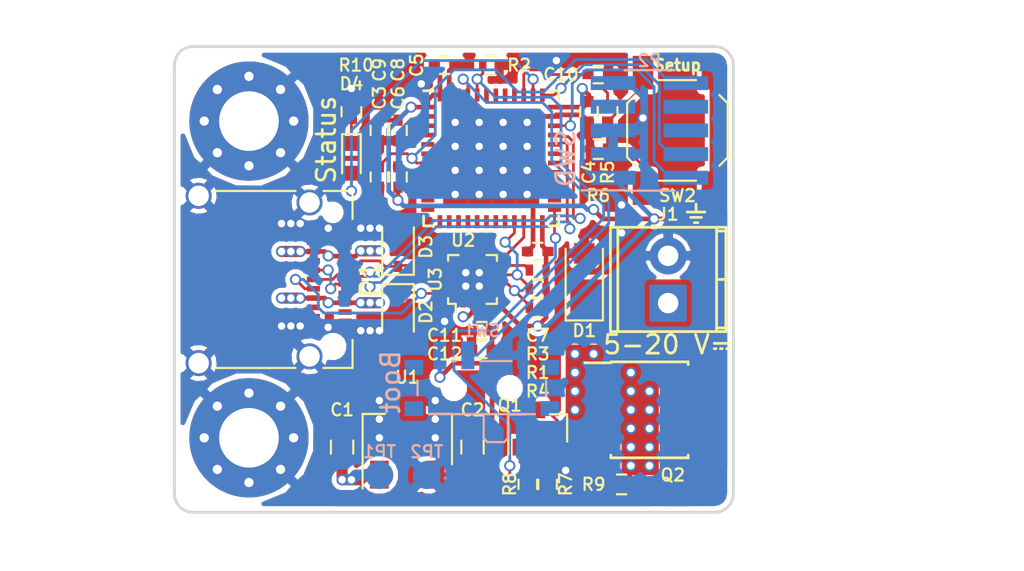
<source format=kicad_pcb>
(kicad_pcb (version 4) (host pcbnew 4.0.6)
  (title_block (title "PD Buddy Sink") (rev 0.3))
  (layers (0 F.Cu signal) (1 In1.Cu signal) (2 In2.Cu signal) (31 B.Cu signal) (34 B.Paste user) (35 F.Paste user) (36 B.SilkS user) (37 F.SilkS user) (38 B.Mask user) (39 F.Mask user) (44 Edge.Cuts user))
  (net 0 "")
  (net 1 VBUS)
  (net 2 GND)
  (net 3 +3V3)
  (net 4 /Microcontroller/nRST)
  (net 5 "/PD PHY/CC2")
  (net 6 "/PD PHY/CC1")
  (net 7 "Net-(P1-PadB8)")
  (net 8 "Net-(P1-PadB3)")
  (net 9 "Net-(P1-PadB10)")
  (net 10 "Net-(P1-PadB2)")
  (net 11 "Net-(P1-PadB11)")
  (net 12 "Net-(P1-PadA2)")
  (net 13 "Net-(P1-PadA3)")
  (net 14 "Net-(P1-PadA10)")
  (net 15 "Net-(P1-PadA8)")
  (net 16 "Net-(P1-PadA11)")
  (net 17 /Microcontroller/SWDIO)
  (net 18 /Microcontroller/SWCLK)
  (net 19 "Net-(P2-Pad6)")
  (net 20 "Net-(P2-Pad7)")
  (net 21 "Net-(P2-Pad8)")
  (net 22 "Net-(Q1-Pad1)")
  (net 23 /Microcontroller/INT_N)
  (net 24 /Microcontroller/SCL)
  (net 25 /Microcontroller/SDA)
  (net 26 "Net-(R5-Pad1)")
  (net 27 /Microcontroller/OUT_CTRL)
  (net 28 "Net-(U2-Pad2)")
  (net 29 "Net-(U2-Pad3)")
  (net 30 "Net-(U2-Pad4)")
  (net 31 "Net-(U2-Pad5)")
  (net 32 "Net-(U2-Pad6)")
  (net 33 "Net-(U2-Pad10)")
  (net 34 "Net-(U2-Pad11)")
  (net 35 "Net-(U2-Pad12)")
  (net 36 "Net-(U2-Pad13)")
  (net 37 "Net-(U2-Pad14)")
  (net 38 "Net-(U2-Pad15)")
  (net 39 "Net-(U2-Pad16)")
  (net 40 "Net-(U2-Pad17)")
  (net 41 "Net-(U2-Pad18)")
  (net 42 "Net-(U2-Pad19)")
  (net 43 "Net-(U2-Pad20)")
  (net 44 "Net-(U2-Pad26)")
  (net 45 "Net-(U2-Pad27)")
  (net 46 "Net-(U2-Pad28)")
  (net 47 "Net-(U2-Pad29)")
  (net 48 "Net-(U2-Pad30)")
  (net 49 "Net-(U2-Pad40)")
  (net 50 "Net-(U2-Pad46)")
  (net 51 VCONN)
  (net 52 "Net-(D4-Pad1)")
  (net 53 /Microcontroller/D+)
  (net 54 /Microcontroller/D-)
  (net 55 /Microcontroller/SETUP)
  (net 56 "Net-(U2-Pad31)")
  (net 57 "Net-(U2-Pad41)")
  (net 58 "Net-(U2-Pad42)")
  (net 59 "Net-(U2-Pad43)")
  (net 60 "Net-(Q1-Pad3)")
  (net 61 /Output/OUT)
  (net 62 /Microcontroller/BOOT)
  (net 63 /Microcontroller/STATUS)
  (module Fiducials:Fiducial_1mm_Dia_2.54mm_Outer_CopperTop (layer F.Cu) (at 110.25 81.25)
    (fp_text reference FID3 hide)
    (fp_text value Fiducial_1mm_Dia_2.54mm_Outer_CopperTop)
    (pad ~ smd circle (at 0 0) (size 1 1) (layers F.Cu F.Mask) (clearance 0.77))
  )
  (module Fiducials:Fiducial_1mm_Dia_2.54mm_Outer_CopperTop (layer F.Cu) (at 89 81.25)
    (fp_text reference FID2 hide)
    (fp_text value Fiducial_1mm_Dia_2.54mm_Outer_CopperTop)
    (pad ~ smd circle (at 0 0) (size 1 1) (layers F.Cu F.Mask) (clearance 0.77))
  )
  (module Housings_DFN_QFN:QFN-48-1EP_7x7mm_Pitch0.5mm (layer F.Cu) (at 98.5 63.5)
    (fp_text reference U2 (at -1.5 4.4) (layer F.SilkS) (effects (font (size 0.65 0.65) (thickness 0.12))))
    (fp_text value STM32F072C8Ux)
    (pad 1 smd rect (at -3.4 -2.75) (size 0.7 0.25) (layers F.Cu F.Paste F.Mask) (net 3 +3V3))
    (pad 2 smd rect (at -3.4 -2.25) (size 0.7 0.25) (layers F.Cu F.Paste F.Mask) (net 28 "Net-(U2-Pad2)"))
    (pad 3 smd rect (at -3.4 -1.75) (size 0.7 0.25) (layers F.Cu F.Paste F.Mask) (net 29 "Net-(U2-Pad3)"))
    (pad 4 smd rect (at -3.4 -1.25) (size 0.7 0.25) (layers F.Cu F.Paste F.Mask) (net 30 "Net-(U2-Pad4)"))
    (pad 5 smd rect (at -3.4 -0.75) (size 0.7 0.25) (layers F.Cu F.Paste F.Mask) (net 31 "Net-(U2-Pad5)"))
    (pad 6 smd rect (at -3.4 -0.25) (size 0.7 0.25) (layers F.Cu F.Paste F.Mask) (net 32 "Net-(U2-Pad6)"))
    (pad 7 smd rect (at -3.4 0.25) (size 0.7 0.25) (layers F.Cu F.Paste F.Mask) (net 4 /Microcontroller/nRST))
    (pad 8 smd rect (at -3.4 0.75) (size 0.7 0.25) (layers F.Cu F.Paste F.Mask) (net 2 GND))
    (pad 9 smd rect (at -3.4 1.25) (size 0.7 0.25) (layers F.Cu F.Paste F.Mask) (net 3 +3V3))
    (pad 10 smd rect (at -3.4 1.75) (size 0.7 0.25) (layers F.Cu F.Paste F.Mask) (net 33 "Net-(U2-Pad10)"))
    (pad 11 smd rect (at -3.4 2.25) (size 0.7 0.25) (layers F.Cu F.Paste F.Mask) (net 34 "Net-(U2-Pad11)"))
    (pad 12 smd rect (at -3.4 2.75) (size 0.7 0.25) (layers F.Cu F.Paste F.Mask) (net 35 "Net-(U2-Pad12)"))
    (pad 13 smd rect (at -2.75 3.4 90) (size 0.7 0.25) (layers F.Cu F.Paste F.Mask) (net 36 "Net-(U2-Pad13)"))
    (pad 14 smd rect (at -2.25 3.4 90) (size 0.7 0.25) (layers F.Cu F.Paste F.Mask) (net 37 "Net-(U2-Pad14)"))
    (pad 15 smd rect (at -1.75 3.4 90) (size 0.7 0.25) (layers F.Cu F.Paste F.Mask) (net 38 "Net-(U2-Pad15)"))
    (pad 16 smd rect (at -1.25 3.4 90) (size 0.7 0.25) (layers F.Cu F.Paste F.Mask) (net 39 "Net-(U2-Pad16)"))
    (pad 17 smd rect (at -0.75 3.4 90) (size 0.7 0.25) (layers F.Cu F.Paste F.Mask) (net 40 "Net-(U2-Pad17)"))
    (pad 18 smd rect (at -0.25 3.4 90) (size 0.7 0.25) (layers F.Cu F.Paste F.Mask) (net 41 "Net-(U2-Pad18)"))
    (pad 19 smd rect (at 0.25 3.4 90) (size 0.7 0.25) (layers F.Cu F.Paste F.Mask) (net 42 "Net-(U2-Pad19)"))
    (pad 20 smd rect (at 0.75 3.4 90) (size 0.7 0.25) (layers F.Cu F.Paste F.Mask) (net 43 "Net-(U2-Pad20)"))
    (pad 21 smd rect (at 1.25 3.4 90) (size 0.7 0.25) (layers F.Cu F.Paste F.Mask) (net 24 /Microcontroller/SCL))
    (pad 22 smd rect (at 1.75 3.4 90) (size 0.7 0.25) (layers F.Cu F.Paste F.Mask) (net 25 /Microcontroller/SDA))
    (pad 23 smd rect (at 2.25 3.4 90) (size 0.7 0.25) (layers F.Cu F.Paste F.Mask) (net 2 GND))
    (pad 24 smd rect (at 2.75 3.4 90) (size 0.7 0.25) (layers F.Cu F.Paste F.Mask) (net 3 +3V3))
    (pad 25 smd rect (at 3.4 2.75) (size 0.7 0.25) (layers F.Cu F.Paste F.Mask) (net 23 /Microcontroller/INT_N))
    (pad 26 smd rect (at 3.4 2.25) (size 0.7 0.25) (layers F.Cu F.Paste F.Mask) (net 44 "Net-(U2-Pad26)"))
    (pad 27 smd rect (at 3.4 1.75) (size 0.7 0.25) (layers F.Cu F.Paste F.Mask) (net 45 "Net-(U2-Pad27)"))
    (pad 28 smd rect (at 3.4 1.25) (size 0.7 0.25) (layers F.Cu F.Paste F.Mask) (net 46 "Net-(U2-Pad28)"))
    (pad 29 smd rect (at 3.4 0.75) (size 0.7 0.25) (layers F.Cu F.Paste F.Mask) (net 47 "Net-(U2-Pad29)"))
    (pad 30 smd rect (at 3.4 0.25) (size 0.7 0.25) (layers F.Cu F.Paste F.Mask) (net 48 "Net-(U2-Pad30)"))
    (pad 31 smd rect (at 3.4 -0.25) (size 0.7 0.25) (layers F.Cu F.Paste F.Mask) (net 56 "Net-(U2-Pad31)"))
    (pad 32 smd rect (at 3.4 -0.75) (size 0.7 0.25) (layers F.Cu F.Paste F.Mask) (net 54 /Microcontroller/D-))
    (pad 33 smd rect (at 3.4 -1.25) (size 0.7 0.25) (layers F.Cu F.Paste F.Mask) (net 53 /Microcontroller/D+))
    (pad 34 smd rect (at 3.4 -1.75) (size 0.7 0.25) (layers F.Cu F.Paste F.Mask) (net 17 /Microcontroller/SWDIO))
    (pad 35 smd rect (at 3.4 -2.25) (size 0.7 0.25) (layers F.Cu F.Paste F.Mask) (net 2 GND))
    (pad 36 smd rect (at 3.4 -2.75) (size 0.7 0.25) (layers F.Cu F.Paste F.Mask) (net 3 +3V3))
    (pad 37 smd rect (at 2.75 -3.4 90) (size 0.7 0.25) (layers F.Cu F.Paste F.Mask) (net 18 /Microcontroller/SWCLK))
    (pad 38 smd rect (at 2.25 -3.4 90) (size 0.7 0.25) (layers F.Cu F.Paste F.Mask) (net 63 /Microcontroller/STATUS))
    (pad 39 smd rect (at 1.75 -3.4 90) (size 0.7 0.25) (layers F.Cu F.Paste F.Mask) (net 55 /Microcontroller/SETUP))
    (pad 40 smd rect (at 1.25 -3.4 90) (size 0.7 0.25) (layers F.Cu F.Paste F.Mask) (net 49 "Net-(U2-Pad40)"))
    (pad 41 smd rect (at 0.75 -3.4 90) (size 0.7 0.25) (layers F.Cu F.Paste F.Mask) (net 57 "Net-(U2-Pad41)"))
    (pad 42 smd rect (at 0.25 -3.4 90) (size 0.7 0.25) (layers F.Cu F.Paste F.Mask) (net 58 "Net-(U2-Pad42)"))
    (pad 43 smd rect (at -0.25 -3.4 90) (size 0.7 0.25) (layers F.Cu F.Paste F.Mask) (net 59 "Net-(U2-Pad43)"))
    (pad 44 smd rect (at -0.75 -3.4 90) (size 0.7 0.25) (layers F.Cu F.Paste F.Mask) (net 62 /Microcontroller/BOOT))
    (pad 45 smd rect (at -1.25 -3.4 90) (size 0.7 0.25) (layers F.Cu F.Paste F.Mask) (net 27 /Microcontroller/OUT_CTRL))
    (pad 46 smd rect (at -1.75 -3.4 90) (size 0.7 0.25) (layers F.Cu F.Paste F.Mask) (net 50 "Net-(U2-Pad46)"))
    (pad 47 smd rect (at -2.25 -3.4 90) (size 0.7 0.25) (layers F.Cu F.Paste F.Mask) (net 2 GND))
    (pad 48 smd rect (at -2.75 -3.4 90) (size 0.7 0.25) (layers F.Cu F.Paste F.Mask) (net 3 +3V3))
    (pad 49 smd rect (at 1.93125 1.93125) (size 1.2875 1.2875) (layers F.Cu F.Paste F.Mask) (net 2 GND))
    (pad 49 smd rect (at 1.93125 0.64375) (size 1.2875 1.2875) (layers F.Cu F.Paste F.Mask) (net 2 GND))
    (pad 49 smd rect (at 1.93125 -0.64375) (size 1.2875 1.2875) (layers F.Cu F.Paste F.Mask) (net 2 GND))
    (pad 49 smd rect (at 1.93125 -1.93125) (size 1.2875 1.2875) (layers F.Cu F.Paste F.Mask) (net 2 GND))
    (pad 49 smd rect (at 0.64375 1.93125) (size 1.2875 1.2875) (layers F.Cu F.Paste F.Mask) (net 2 GND))
    (pad 49 smd rect (at 0.64375 0.64375) (size 1.2875 1.2875) (layers F.Cu F.Paste F.Mask) (net 2 GND))
    (pad 49 smd rect (at 0.64375 -0.64375) (size 1.2875 1.2875) (layers F.Cu F.Paste F.Mask) (net 2 GND))
    (pad 49 smd rect (at 0.64375 -1.93125) (size 1.2875 1.2875) (layers F.Cu F.Paste F.Mask) (net 2 GND))
    (pad 49 smd rect (at -0.64375 1.93125) (size 1.2875 1.2875) (layers F.Cu F.Paste F.Mask) (net 2 GND))
    (pad 49 smd rect (at -0.64375 0.64375) (size 1.2875 1.2875) (layers F.Cu F.Paste F.Mask) (net 2 GND))
    (pad 49 smd rect (at -0.64375 -0.64375) (size 1.2875 1.2875) (layers F.Cu F.Paste F.Mask) (net 2 GND))
    (pad 49 smd rect (at -0.64375 -1.93125) (size 1.2875 1.2875) (layers F.Cu F.Paste F.Mask) (net 2 GND))
    (pad 49 smd rect (at -1.93125 1.93125) (size 1.2875 1.2875) (layers F.Cu F.Paste F.Mask) (net 2 GND))
    (pad 49 smd rect (at -1.93125 0.64375) (size 1.2875 1.2875) (layers F.Cu F.Paste F.Mask) (net 2 GND))
    (pad 49 smd rect (at -1.93125 -0.64375) (size 1.2875 1.2875) (layers F.Cu F.Paste F.Mask) (net 2 GND))
    (pad 49 smd rect (at -1.93125 -1.93125) (size 1.2875 1.2875) (layers F.Cu F.Paste F.Mask) (net 2 GND))
  )
  (module Connectors_Terminal_Blocks:TerminalBlock_Pheonix_MPT-2.54mm_2pol (layer F.Cu) (at 108 71.27 90)
    (fp_text reference J1 (at 4.77 0 180) (layer F.SilkS) (effects (font (size 0.65 0.65) (thickness 0.12))))
    (fp_text value "5-20 V⎓" (at -2.23 0 180) (layer F.SilkS))
    (pad 2 thru_hole oval (at 2.54 0 90) (size 1.99898 1.99898) (drill 1.09728) (layers *.Cu *.Mask) (net 2 GND))
    (pad 1 thru_hole rect (at 0 0 90) (size 1.99898 1.99898) (drill 1.09728) (layers *.Cu *.Mask) (net 61 /Output/OUT))
  )
  (module Housings_SOIC:SOIC-8_3.9x4.9mm_Pitch1.27mm (layer F.Cu) (at 107 77)
    (fp_text reference Q2 (at 1.25 3.5) (layer F.SilkS) (effects (font (size 0.65 0.65) (thickness 0.12))))
    (fp_text value DMP4015SSS)
    (pad 1 smd rect (at -2.7 -1.905) (size 1.55 0.6) (layers F.Cu F.Paste F.Mask) (net 1 VBUS))
    (pad 2 smd rect (at -2.7 -0.635) (size 1.55 0.6) (layers F.Cu F.Paste F.Mask) (net 1 VBUS))
    (pad 3 smd rect (at -2.7 0.635) (size 1.55 0.6) (layers F.Cu F.Paste F.Mask) (net 1 VBUS))
    (pad 4 smd rect (at -2.7 1.905) (size 1.55 0.6) (layers F.Cu F.Paste F.Mask) (net 60 "Net-(Q1-Pad3)"))
    (pad 5 smd rect (at 2.7 1.905) (size 1.55 0.6) (layers F.Cu F.Paste F.Mask) (net 61 /Output/OUT))
    (pad 6 smd rect (at 2.7 0.635) (size 1.55 0.6) (layers F.Cu F.Paste F.Mask) (net 61 /Output/OUT))
    (pad 7 smd rect (at 2.7 -0.635) (size 1.55 0.6) (layers F.Cu F.Paste F.Mask) (net 61 /Output/OUT))
    (pad 8 smd rect (at 2.7 -1.905) (size 1.55 0.6) (layers F.Cu F.Paste F.Mask) (net 61 /Output/OUT))
  )
  (module TO_SOT_Packages_SMD:SOT-23 (layer F.Cu) (at 101 78 90)
    (fp_text reference Q1 (at 1.25 -1.5 180) (layer F.SilkS) (effects (font (size 0.65 0.65) (thickness 0.12))))
    (fp_text value MMBT2222ALT1G)
    (pad 1 smd rect (at -1 -0.95 90) (size 0.9 0.8) (layers F.Cu F.Paste F.Mask) (net 22 "Net-(Q1-Pad1)"))
    (pad 2 smd rect (at -1 0.95 90) (size 0.9 0.8) (layers F.Cu F.Paste F.Mask) (net 2 GND))
    (pad 3 smd rect (at 1 0 90) (size 0.9 0.8) (layers F.Cu F.Paste F.Mask) (net 60 "Net-(Q1-Pad3)"))
  )
  (module Diodes_SMD:D_SOD-323 (layer F.Cu) (at 93.5 71.75 270)
    (fp_text reference D2 (at 0 -1.5 270) (layer F.SilkS) (effects (font (size 0.65 0.65) (thickness 0.12))))
    (fp_text value CZRF52C5V6)
    (pad 1 smd rect (at -1.05 0 270) (size 0.6 0.45) (layers F.Cu F.Paste F.Mask) (net 5 "/PD PHY/CC2"))
    (pad 2 smd rect (at 1.05 0 270) (size 0.6 0.45) (layers F.Cu F.Paste F.Mask) (net 2 GND))
  )
  (module Diodes_SMD:D_SOD-323 (layer F.Cu) (at 93.5 68.25 90)
    (fp_text reference D3 (at 0 1.5 90) (layer F.SilkS) (effects (font (size 0.65 0.65) (thickness 0.12))))
    (fp_text value CZRF52C5V6)
    (pad 1 smd rect (at -1.05 0 90) (size 0.6 0.45) (layers F.Cu F.Paste F.Mask) (net 6 "/PD PHY/CC1"))
    (pad 2 smd rect (at 1.05 0 90) (size 0.6 0.45) (layers F.Cu F.Paste F.Mask) (net 2 GND))
  )
  (module TO_SOT_Packages_SMD:SOT89-3_Housing (layer F.Cu) (at 94 79 90)
    (fp_text reference U1 (at 3.75 0 180) (layer F.SilkS) (effects (font (size 0.65 0.65) (thickness 0.12))))
    (fp_text value AP2204R-3.3TRG1)
    (pad 1 smd rect (at -1.48 -1.5) (size 1 1.5) (layers F.Cu F.Paste F.Mask) (net 1 VBUS))
    (pad 2 smd rect (at -1.48 0) (size 1 1.5) (layers F.Cu F.Paste F.Mask) (net 2 GND))
    (pad 3 smd rect (at -1.48 1.5) (size 1 1.5) (layers F.Cu F.Paste F.Mask) (net 3 +3V3))
    (pad 2 smd rect (at 1.48 0) (size 2 3) (layers F.Cu F.Paste F.Mask) (net 2 GND))
    (pad 2 smd trapezoid (at -0.37 0 180) (size 1.5 0.75) (rect_delta 0 0.5) (layers F.Cu F.Paste F.Mask) (net 2 GND))
  )
  (module Buttons_Switches_SMD:SW_SPST_SKQG (layer F.Cu) (at 108.5 62 270)
    (fp_text reference SW2 (at 3.5 0 360) (layer F.SilkS) (effects (font (size 0.65 0.65) (thickness 0.12))))
    (fp_text value Setup (at -3.5 0 360) (layer F.SilkS) (effects (font (size 0.6 0.6))))
    (pad 1 smd rect (at -3.1 -1.85 270) (size 1.8 1.1) (layers F.Cu F.Paste F.Mask) (net 3 +3V3))
    (pad 1 smd rect (at 3.1 -1.85 270) (size 1.8 1.1) (layers F.Cu F.Paste F.Mask) (net 3 +3V3))
    (pad 2 smd rect (at -3.1 1.85 270) (size 1.8 1.1) (layers F.Cu F.Paste F.Mask) (net 26 "Net-(R5-Pad1)"))
    (pad 2 smd rect (at 3.1 1.85 270) (size 1.8 1.1) (layers F.Cu F.Paste F.Mask) (net 26 "Net-(R5-Pad1)"))
  )
  (module Diodes_SMD:D_SOD-123F (layer F.Cu) (at 103.5 70 90)
    (fp_text reference D1 (at -2.75 0 180) (layer F.SilkS) (effects (font (size 0.65 0.65) (thickness 0.12))))
    (fp_text value SS14FL)
    (pad 1 smd rect (at -1.4 0 90) (size 1.1 1.1) (layers F.Cu F.Paste F.Mask) (net 61 /Output/OUT))
    (pad 2 smd rect (at 1.4 0 90) (size 1.1 1.1) (layers F.Cu F.Paste F.Mask) (net 2 GND))
  )
  (module pd-buddy:MLP-14 (layer F.Cu) (at 97.5 70 90)
    (fp_text reference U3 (at 0 -2 90) (layer F.SilkS) (effects (font (size 0.65 0.65) (thickness 0.12))))
    (fp_text value FUSB302B)
    (pad 2 smd rect (at -1.215 0 90) (size 0.58 0.3) (layers F.Cu F.Paste F.Mask) (net 1 VBUS))
    (pad 1 smd rect (at -1.215 -0.5 90) (size 0.58 0.3) (layers F.Cu F.Paste F.Mask) (net 5 "/PD PHY/CC2"))
    (pad 3 smd rect (at -1.215 0.5 90) (size 0.58 0.3) (layers F.Cu F.Paste F.Mask) (net 3 +3V3))
    (pad 8 smd rect (at 1.215 0.5 90) (size 0.58 0.3) (layers F.Cu F.Paste F.Mask) (net 2 GND))
    (pad 10 smd rect (at 1.215 -0.5 90) (size 0.58 0.3) (layers F.Cu F.Paste F.Mask) (net 6 "/PD PHY/CC1"))
    (pad 9 smd rect (at 1.215 0 90) (size 0.58 0.3) (layers F.Cu F.Paste F.Mask) (net 2 GND))
    (pad 4 smd rect (at -0.75 1.215 90) (size 0.3 0.58) (layers F.Cu F.Paste F.Mask) (net 3 +3V3))
    (pad 5 smd rect (at -0.25 1.215 90) (size 0.3 0.58) (layers F.Cu F.Paste F.Mask) (net 23 /Microcontroller/INT_N))
    (pad 6 smd rect (at 0.25 1.215 90) (size 0.3 0.58) (layers F.Cu F.Paste F.Mask) (net 24 /Microcontroller/SCL))
    (pad 7 smd rect (at 0.75 1.215 90) (size 0.3 0.58) (layers F.Cu F.Paste F.Mask) (net 25 /Microcontroller/SDA))
    (pad 11 smd rect (at 0.75 -1.215 90) (size 0.3 0.58) (layers F.Cu F.Paste F.Mask) (net 6 "/PD PHY/CC1"))
    (pad 12 smd rect (at 0.25 -1.215 90) (size 0.3 0.58) (layers F.Cu F.Paste F.Mask) (net 51 VCONN))
    (pad 13 smd rect (at -0.25 -1.215 90) (size 0.3 0.58) (layers F.Cu F.Paste F.Mask) (net 51 VCONN))
    (pad 14 smd rect (at -0.75 -1.215 90) (size 0.3 0.58) (layers F.Cu F.Paste F.Mask) (net 5 "/PD PHY/CC2"))
    (pad 15 smd rect (at -0.3625 0.3625 90) (size 0.725 0.725) (layers F.Cu F.Paste F.Mask) (net 2 GND))
    (pad 15 smd rect (at 0.3625 0.3625 90) (size 0.725 0.725) (layers F.Cu F.Paste F.Mask) (net 2 GND))
    (pad 15 smd rect (at -0.3625 -0.3625 90) (size 0.725 0.725) (layers F.Cu F.Paste F.Mask) (net 2 GND))
    (pad 15 smd rect (at 0.3625 -0.3625 90) (size 0.725 0.725) (layers F.Cu F.Paste F.Mask) (net 2 GND))
  )
  (module pd-buddy:Pin_Header_Straight_2x05_Pitch1.27mm_SMD_NOPASTE (layer B.Cu) (at 107 62)
    (fp_text reference P2 (at 0 -3.75) (layer B.SilkS) (effects (font (size 0.65 0.65) (thickness 0.12)) (justify mirror)))
    (fp_text value SWD (at -4.5 1.5 270) (layer B.SilkS) (effects (justify mirror)))
    (pad 1 smd rect (at -1.95 2.54) (size 2.4 0.75) (layers B.Cu B.Mask) (net 3 +3V3))
    (pad 2 smd rect (at 1.95 2.54) (size 2.4 0.75) (layers B.Cu B.Mask) (net 17 /Microcontroller/SWDIO))
    (pad 3 smd rect (at -1.95 1.27) (size 2.4 0.75) (layers B.Cu B.Mask) (net 2 GND))
    (pad 4 smd rect (at 1.95 1.27) (size 2.4 0.75) (layers B.Cu B.Mask) (net 18 /Microcontroller/SWCLK))
    (pad 5 smd rect (at -1.95 0) (size 2.4 0.75) (layers B.Cu B.Mask) (net 2 GND))
    (pad 6 smd rect (at 1.95 0) (size 2.4 0.75) (layers B.Cu B.Mask) (net 19 "Net-(P2-Pad6)"))
    (pad 7 smd rect (at -1.95 -1.27) (size 2.4 0.75) (layers B.Cu B.Mask) (net 20 "Net-(P2-Pad7)"))
    (pad 8 smd rect (at 1.95 -1.27) (size 2.4 0.75) (layers B.Cu B.Mask) (net 21 "Net-(P2-Pad8)"))
    (pad 9 smd rect (at -1.95 -2.54) (size 2.4 0.75) (layers B.Cu B.Mask) (net 2 GND))
    (pad 10 smd rect (at 1.95 -2.54) (size 2.4 0.75) (layers B.Cu B.Mask) (net 4 /Microcontroller/nRST))
  )
  (module pd-buddy:SW_SPDT_PCM12_NOPASTE (layer B.Cu) (at 98 75.5 180)
    (fp_text reference SW1 (at 0 2.75 180) (layer B.SilkS) (effects (font (size 0.65 0.65) (thickness 0.12)) (justify mirror)))
    (fp_text value Boot (at 4.9 0 450) (layer B.SilkS) (effects (justify mirror)))
    (pad "" np_thru_hole circle (at -1.5 -0.33 180) (size 0.9 0.9) (drill 0.9) (layers *.Cu *.Mask))
    (pad "" np_thru_hole circle (at 1.5 -0.33 180) (size 0.9 0.9) (drill 0.9) (layers *.Cu *.Mask))
    (pad 1 smd rect (at -2.25 1.43 180) (size 0.7 1.5) (layers B.Cu B.Mask) (net 2 GND))
    (pad 2 smd rect (at 0.75 1.43 180) (size 0.7 1.5) (layers B.Cu B.Mask) (net 62 /Microcontroller/BOOT))
    (pad 3 smd rect (at 2.25 1.43 180) (size 0.7 1.5) (layers B.Cu B.Mask) (net 3 +3V3))
    (pad "" smd rect (at -3.65 -1.43 180) (size 1 0.8) (layers B.Cu B.Mask))
    (pad "" smd rect (at 3.65 -1.43 180) (size 1 0.8) (layers B.Cu B.Mask))
    (pad "" smd rect (at 3.65 0.78 180) (size 1 0.8) (layers B.Cu B.Mask))
    (pad "" smd rect (at -3.65 0.78 180) (size 1 0.8) (layers B.Cu B.Mask))
  )
  (module Capacitors_SMD:C_0603 (layer F.Cu) (at 90.5 79 90)
    (fp_text reference C1 (at 2 0 180) (layer F.SilkS) (effects (font (size 0.65 0.65) (thickness 0.12))))
    (fp_text value "1.0μF 25V")
    (pad 1 smd rect (at -0.75 0 90) (size 0.8 0.75) (layers F.Cu F.Paste F.Mask) (net 1 VBUS))
    (pad 2 smd rect (at 0.75 0 90) (size 0.8 0.75) (layers F.Cu F.Paste F.Mask) (net 2 GND))
  )
  (module Capacitors_SMD:C_0603 (layer F.Cu) (at 97.5 79 90)
    (fp_text reference C2 (at 2 0 180) (layer F.SilkS) (effects (font (size 0.65 0.65) (thickness 0.12))))
    (fp_text value 2.2μF)
    (pad 1 smd rect (at -0.75 0 90) (size 0.8 0.75) (layers F.Cu F.Paste F.Mask) (net 3 +3V3))
    (pad 2 smd rect (at 0.75 0 90) (size 0.8 0.75) (layers F.Cu F.Paste F.Mask) (net 2 GND))
  )
  (module Capacitors_SMD:C_0402 (layer F.Cu) (at 92.5 64.5 90)
    (fp_text reference C3 (at 4.25 0 90) (layer F.SilkS) (effects (font (size 0.65 0.65) (thickness 0.12))))
    (fp_text value 0.1μF)
    (pad 1 smd rect (at -0.55 0 90) (size 0.6 0.5) (layers F.Cu F.Paste F.Mask) (net 2 GND))
    (pad 2 smd rect (at 0.55 0 90) (size 0.6 0.5) (layers F.Cu F.Paste F.Mask) (net 4 /Microcontroller/nRST))
  )
  (module Capacitors_SMD:C_0402 (layer F.Cu) (at 103.75 61 270)
    (fp_text reference C4 (at 3.25 0 270) (layer F.SilkS) (effects (font (size 0.65 0.65) (thickness 0.12))))
    (fp_text value 0.1μF)
    (pad 1 smd rect (at -0.55 0 270) (size 0.6 0.5) (layers F.Cu F.Paste F.Mask) (net 3 +3V3))
    (pad 2 smd rect (at 0.55 0 270) (size 0.6 0.5) (layers F.Cu F.Paste F.Mask) (net 2 GND))
  )
  (module Capacitors_SMD:C_0402 (layer F.Cu) (at 96 58.5)
    (fp_text reference C5 (at -1.5 0 90) (layer F.SilkS) (effects (font (size 0.65 0.65) (thickness 0.12))))
    (fp_text value 0.1μF)
    (pad 1 smd rect (at -0.55 0) (size 0.6 0.5) (layers F.Cu F.Paste F.Mask) (net 3 +3V3))
    (pad 2 smd rect (at 0.55 0) (size 0.6 0.5) (layers F.Cu F.Paste F.Mask) (net 2 GND))
  )
  (module Capacitors_SMD:C_0402 (layer F.Cu) (at 93.5 64.5 90)
    (fp_text reference C6 (at 4.25 0 90) (layer F.SilkS) (effects (font (size 0.65 0.65) (thickness 0.12))))
    (fp_text value 0.1μF)
    (pad 1 smd rect (at -0.55 0 90) (size 0.6 0.5) (layers F.Cu F.Paste F.Mask) (net 3 +3V3))
    (pad 2 smd rect (at 0.55 0 90) (size 0.6 0.5) (layers F.Cu F.Paste F.Mask) (net 2 GND))
  )
  (module Capacitors_SMD:C_0402 (layer F.Cu) (at 101 68.5 180)
    (fp_text reference C7 (at 0 -4.5 180) (layer F.SilkS) (effects (font (size 0.65 0.65) (thickness 0.12))))
    (fp_text value 0.1μF)
    (pad 1 smd rect (at -0.55 0 180) (size 0.6 0.5) (layers F.Cu F.Paste F.Mask) (net 3 +3V3))
    (pad 2 smd rect (at 0.55 0 180) (size 0.6 0.5) (layers F.Cu F.Paste F.Mask) (net 2 GND))
  )
  (module Capacitors_SMD:C_0402 (layer F.Cu) (at 93.5 62 270)
    (fp_text reference C8 (at -3.25 0 270) (layer F.SilkS) (effects (font (size 0.65 0.65) (thickness 0.12))))
    (fp_text value 0.1μF)
    (pad 1 smd rect (at -0.55 0 270) (size 0.6 0.5) (layers F.Cu F.Paste F.Mask) (net 3 +3V3))
    (pad 2 smd rect (at 0.55 0 270) (size 0.6 0.5) (layers F.Cu F.Paste F.Mask) (net 2 GND))
  )
  (module Capacitors_SMD:C_0402 (layer F.Cu) (at 92.5 62 270)
    (fp_text reference C9 (at -3.25 0 270) (layer F.SilkS) (effects (font (size 0.65 0.65) (thickness 0.12))))
    (fp_text value 1μF)
    (pad 1 smd rect (at -0.55 0 270) (size 0.6 0.5) (layers F.Cu F.Paste F.Mask) (net 3 +3V3))
    (pad 2 smd rect (at 0.55 0 270) (size 0.6 0.5) (layers F.Cu F.Paste F.Mask) (net 2 GND))
  )
  (module Capacitors_SMD:C_0402 (layer F.Cu) (at 104.25 59)
    (fp_text reference C10 (at -2 0) (layer F.SilkS) (effects (font (size 0.65 0.65) (thickness 0.12))))
    (fp_text value 0.1μF)
    (pad 1 smd rect (at -0.55 0) (size 0.6 0.5) (layers F.Cu F.Paste F.Mask) (net 55 /Microcontroller/SETUP))
    (pad 2 smd rect (at 0.55 0) (size 0.6 0.5) (layers F.Cu F.Paste F.Mask) (net 2 GND))
  )
  (module Capacitors_SMD:C_0402 (layer F.Cu) (at 98 72.75 180)
    (fp_text reference C11 (at 2 -0.25 180) (layer F.SilkS) (effects (font (size 0.65 0.65) (thickness 0.12))))
    (fp_text value 0.1μF)
    (pad 1 smd rect (at -0.55 0 180) (size 0.6 0.5) (layers F.Cu F.Paste F.Mask) (net 3 +3V3))
    (pad 2 smd rect (at 0.55 0 180) (size 0.6 0.5) (layers F.Cu F.Paste F.Mask) (net 2 GND))
  )
  (module Capacitors_SMD:C_0402 (layer F.Cu) (at 98 73.75 180)
    (fp_text reference C12 (at 2 -0.25 180) (layer F.SilkS) (effects (font (size 0.65 0.65) (thickness 0.12))))
    (fp_text value 1μF)
    (pad 1 smd rect (at -0.55 0 180) (size 0.6 0.5) (layers F.Cu F.Paste F.Mask) (net 3 +3V3))
    (pad 2 smd rect (at 0.55 0 180) (size 0.6 0.5) (layers F.Cu F.Paste F.Mask) (net 2 GND))
  )
  (module LEDs:LED_0603 (layer F.Cu) (at 91 63.5 270)
    (fp_text reference D4 (at -4 0 360) (layer F.SilkS) (effects (font (size 0.65 0.65) (thickness 0.12))))
    (fp_text value Status (at -1 1.35 270) (layer F.SilkS))
    (pad 2 smd rect (at 0.8 0 90) (size 0.8 0.8) (layers F.Cu F.Paste F.Mask) (net 63 /Microcontroller/STATUS))
    (pad 1 smd rect (at -0.8 0 90) (size 0.8 0.8) (layers F.Cu F.Paste F.Mask) (net 52 "Net-(D4-Pad1)"))
  )
  (module Resistors_SMD:R_0402 (layer F.Cu) (at 101 70.5)
    (fp_text reference R1 (at 0 4.5) (layer F.SilkS) (effects (font (size 0.65 0.65) (thickness 0.12))))
    (fp_text value 2kΩ)
    (pad 1 smd rect (at -0.45 0) (size 0.4 0.6) (layers F.Cu F.Paste F.Mask) (net 24 /Microcontroller/SCL))
    (pad 2 smd rect (at 0.45 0) (size 0.4 0.6) (layers F.Cu F.Paste F.Mask) (net 3 +3V3))
  )
  (module Resistors_SMD:R_0402 (layer F.Cu) (at 98.5 58.5 180)
    (fp_text reference R2 (at -1.5 0 180) (layer F.SilkS) (effects (font (size 0.65 0.65) (thickness 0.12))))
    (fp_text value 10kΩ)
    (pad 1 smd rect (at -0.45 0 180) (size 0.4 0.6) (layers F.Cu F.Paste F.Mask) (net 2 GND))
    (pad 2 smd rect (at 0.45 0 180) (size 0.4 0.6) (layers F.Cu F.Paste F.Mask) (net 62 /Microcontroller/BOOT))
  )
  (module Resistors_SMD:R_0402 (layer F.Cu) (at 101 69.5)
    (fp_text reference R3 (at 0 4.5) (layer F.SilkS) (effects (font (size 0.65 0.65) (thickness 0.12))))
    (fp_text value 2kΩ)
    (pad 1 smd rect (at -0.45 0) (size 0.4 0.6) (layers F.Cu F.Paste F.Mask) (net 25 /Microcontroller/SDA))
    (pad 2 smd rect (at 0.45 0) (size 0.4 0.6) (layers F.Cu F.Paste F.Mask) (net 3 +3V3))
  )
  (module Resistors_SMD:R_0402 (layer F.Cu) (at 101 71.5)
    (fp_text reference R4 (at 0 4.5) (layer F.SilkS) (effects (font (size 0.65 0.65) (thickness 0.12))))
    (fp_text value 2kΩ)
    (pad 1 smd rect (at -0.45 0) (size 0.4 0.6) (layers F.Cu F.Paste F.Mask) (net 23 /Microcontroller/INT_N))
    (pad 2 smd rect (at 0.45 0) (size 0.4 0.6) (layers F.Cu F.Paste F.Mask) (net 3 +3V3))
  )
  (module Resistors_SMD:R_0402 (layer F.Cu) (at 104.75 61 90)
    (fp_text reference R5 (at -3.25 0 90) (layer F.SilkS) (effects (font (size 0.65 0.65) (thickness 0.12))))
    (fp_text value 10kΩ)
    (pad 1 smd rect (at -0.45 0 90) (size 0.4 0.6) (layers F.Cu F.Paste F.Mask) (net 26 "Net-(R5-Pad1)"))
    (pad 2 smd rect (at 0.45 0 90) (size 0.4 0.6) (layers F.Cu F.Paste F.Mask) (net 55 /Microcontroller/SETUP))
  )
  (module Resistors_SMD:R_0402 (layer F.Cu) (at 104.25 63 180)
    (fp_text reference R6 (at 0 -2.5 180) (layer F.SilkS) (effects (font (size 0.65 0.65) (thickness 0.12))))
    (fp_text value 10kΩ)
    (pad 1 smd rect (at -0.45 0 180) (size 0.4 0.6) (layers F.Cu F.Paste F.Mask) (net 26 "Net-(R5-Pad1)"))
    (pad 2 smd rect (at 0.45 0 180) (size 0.4 0.6) (layers F.Cu F.Paste F.Mask) (net 2 GND))
  )
  (module Resistors_SMD:R_0402 (layer F.Cu) (at 101.5 81 90)
    (fp_text reference R7 (at 0 1 90) (layer F.SilkS) (effects (font (size 0.65 0.65) (thickness 0.12))))
    (fp_text value 10kΩ)
    (pad 1 smd rect (at -0.45 0 90) (size 0.4 0.6) (layers F.Cu F.Paste F.Mask) (net 27 /Microcontroller/OUT_CTRL))
    (pad 2 smd rect (at 0.45 0 90) (size 0.4 0.6) (layers F.Cu F.Paste F.Mask) (net 2 GND))
  )
  (module Resistors_SMD:R_0402 (layer F.Cu) (at 100.5 81 90)
    (fp_text reference R8 (at 0 -1 90) (layer F.SilkS) (effects (font (size 0.65 0.65) (thickness 0.12))))
    (fp_text value 2kΩ)
    (pad 1 smd rect (at -0.45 0 90) (size 0.4 0.6) (layers F.Cu F.Paste F.Mask) (net 27 /Microcontroller/OUT_CTRL))
    (pad 2 smd rect (at 0.45 0 90) (size 0.4 0.6) (layers F.Cu F.Paste F.Mask) (net 22 "Net-(Q1-Pad1)"))
  )
  (module Resistors_SMD:R_0402 (layer F.Cu) (at 91 61 90)
    (fp_text reference R10 (at 2.5 0.25 180) (layer F.SilkS) (effects (font (size 0.65 0.65) (thickness 0.12))))
    (fp_text value 300Ω)
    (pad 1 smd rect (at -0.45 0 90) (size 0.4 0.6) (layers F.Cu F.Paste F.Mask) (net 52 "Net-(D4-Pad1)"))
    (pad 2 smd rect (at 0.45 0 90) (size 0.4 0.6) (layers F.Cu F.Paste F.Mask) (net 2 GND))
  )
  (module Mounting_Holes:MountingHole_3.2mm_M3_Pad_Via (layer F.Cu) (at 85.5 78.5 90)
    (fp_text reference MK1)
    (fp_text value M3)
    (pad 1 thru_hole circle (at 0 0 90) (size 6.4 6.4) (drill 3.2) (layers *.Cu *.Mask) (net 2 GND))
    (pad "" thru_hole circle (at 2.4 0 90) (size 0.6 0.6) (drill 0.5) (layers *.Cu *.Mask))
    (pad "" thru_hole circle (at 1.697056 1.697056 90) (size 0.6 0.6) (drill 0.5) (layers *.Cu *.Mask))
    (pad "" thru_hole circle (at 0 2.4 90) (size 0.6 0.6) (drill 0.5) (layers *.Cu *.Mask))
    (pad "" thru_hole circle (at -1.697056 1.697056 90) (size 0.6 0.6) (drill 0.5) (layers *.Cu *.Mask))
    (pad "" thru_hole circle (at -2.4 0 90) (size 0.6 0.6) (drill 0.5) (layers *.Cu *.Mask))
    (pad "" thru_hole circle (at -1.697056 -1.697056 90) (size 0.6 0.6) (drill 0.5) (layers *.Cu *.Mask))
    (pad "" thru_hole circle (at 0 -2.4 90) (size 0.6 0.6) (drill 0.5) (layers *.Cu *.Mask))
    (pad "" thru_hole circle (at 1.697056 -1.697056 90) (size 0.6 0.6) (drill 0.5) (layers *.Cu *.Mask))
  )
  (module Mounting_Holes:MountingHole_3.2mm_M3_Pad_Via (layer F.Cu) (at 85.5 61.5 90)
    (fp_text reference MK2)
    (fp_text value M3)
    (pad 1 thru_hole circle (at 0 0 90) (size 6.4 6.4) (drill 3.2) (layers *.Cu *.Mask) (net 2 GND))
    (pad "" thru_hole circle (at 2.4 0 90) (size 0.6 0.6) (drill 0.5) (layers *.Cu *.Mask))
    (pad "" thru_hole circle (at 1.697056 1.697056 90) (size 0.6 0.6) (drill 0.5) (layers *.Cu *.Mask))
    (pad "" thru_hole circle (at 0 2.4 90) (size 0.6 0.6) (drill 0.5) (layers *.Cu *.Mask))
    (pad "" thru_hole circle (at -1.697056 1.697056 90) (size 0.6 0.6) (drill 0.5) (layers *.Cu *.Mask))
    (pad "" thru_hole circle (at -2.4 0 90) (size 0.6 0.6) (drill 0.5) (layers *.Cu *.Mask))
    (pad "" thru_hole circle (at -1.697056 -1.697056 90) (size 0.6 0.6) (drill 0.5) (layers *.Cu *.Mask))
    (pad "" thru_hole circle (at 0 -2.4 90) (size 0.6 0.6) (drill 0.5) (layers *.Cu *.Mask))
    (pad "" thru_hole circle (at 1.697056 -1.697056 90) (size 0.6 0.6) (drill 0.5) (layers *.Cu *.Mask))
  )
  (module Resistors_SMD:R_0402 (layer F.Cu) (at 105.5 81 180)
    (fp_text reference R9 (at 1.5 0 180) (layer F.SilkS) (effects (font (size 0.65 0.65) (thickness 0.12))))
    (fp_text value 100kΩ)
    (pad 1 smd rect (at -0.45 0 180) (size 0.4 0.6) (layers F.Cu F.Paste F.Mask) (net 1 VBUS))
    (pad 2 smd rect (at 0.45 0 180) (size 0.4 0.6) (layers F.Cu F.Paste F.Mask) (net 60 "Net-(Q1-Pad3)"))
  )
  (module Measurement_Points:Measurement_Point_Round-SMD-Pad_Small (layer B.Cu) (at 92.5 80.5)
    (fp_text reference TP1 (at 0 -1.25) (layer B.SilkS) (effects (font (size 0.65 0.65) (thickness 0.12)) (justify mirror)))
    (fp_text value VBUS)
    (pad 1 smd circle (at 0 0) (size 1.5 1.5) (layers B.Cu B.Mask) (net 1 VBUS))
  )
  (module Measurement_Points:Measurement_Point_Round-SMD-Pad_Small (layer B.Cu) (at 95.04 80.5)
    (fp_text reference TP2 (at 0 -1.25) (layer B.SilkS) (effects (font (size 0.65 0.65) (thickness 0.12)) (justify mirror)))
    (fp_text value GND)
    (pad 1 smd circle (at 0 0) (size 1.5 1.5) (layers B.Cu B.Mask) (net 2 GND))
  )
  (module pd-buddy:Amphenol-12401610E4#2A (layer F.Cu) (at 90 70 270)
    (fp_text reference P1 (at 0 -2 270) (layer F.SilkS))
    (fp_text value 12401610E4#2A)
    (pad SH thru_hole circle (at -4.13 1.25 270) (size 1.4 1.4) (drill 1.1) (layers *.Cu *.Mask) (net 2 GND))
    (pad A1 smd rect (at -2.75 -0.66 270) (size 0.3 0.7) (layers F.Cu F.Paste F.Mask) (net 2 GND))
    (pad A2 smd rect (at -2.25 -0.66 270) (size 0.3 0.7) (layers F.Cu F.Paste F.Mask) (net 12 "Net-(P1-PadA2)"))
    (pad A3 smd rect (at -1.75 -0.66 270) (size 0.3 0.7) (layers F.Cu F.Paste F.Mask) (net 13 "Net-(P1-PadA3)"))
    (pad A4 smd rect (at -1.25 -0.66 270) (size 0.3 0.7) (layers F.Cu F.Paste F.Mask) (net 1 VBUS))
    (pad A5 smd rect (at -0.75 -0.66 270) (size 0.3 0.7) (layers F.Cu F.Paste F.Mask) (net 6 "/PD PHY/CC1"))
    (pad A6 smd rect (at -0.25 -0.66 270) (size 0.3 0.7) (layers F.Cu F.Paste F.Mask) (net 53 /Microcontroller/D+))
    (pad A7 smd rect (at 0.25 -0.66 270) (size 0.3 0.7) (layers F.Cu F.Paste F.Mask) (net 54 /Microcontroller/D-))
    (pad A12 smd rect (at 2.75 -0.66 270) (size 0.3 0.7) (layers F.Cu F.Paste F.Mask) (net 2 GND))
    (pad A10 smd rect (at 1.75 -0.66 270) (size 0.3 0.7) (layers F.Cu F.Paste F.Mask) (net 14 "Net-(P1-PadA10)"))
    (pad A9 smd rect (at 1.25 -0.66 270) (size 0.3 0.7) (layers F.Cu F.Paste F.Mask) (net 1 VBUS))
    (pad A8 smd rect (at 0.75 -0.66 270) (size 0.3 0.7) (layers F.Cu F.Paste F.Mask) (net 15 "Net-(P1-PadA8)"))
    (pad A11 smd rect (at 2.25 -0.66 270) (size 0.3 0.7) (layers F.Cu F.Paste F.Mask) (net 16 "Net-(P1-PadA11)"))
    (pad B1 smd rect (at 2.5 1.04 270) (size 0.3 0.7) (layers F.Cu F.Paste F.Mask) (net 2 GND))
    (pad SH thru_hole circle (at 4.13 1.25 270) (size 1.4 1.4) (drill 1.1) (layers *.Cu *.Mask) (net 2 GND))
    (pad SH thru_hole circle (at 4.49 7.2 270) (size 1.4 1.4) (drill 1.1) (layers *.Cu *.Mask) (net 2 GND))
    (pad SH thru_hole circle (at -4.49 7.2 270) (size 1.4 1.4) (drill 1.1) (layers *.Cu *.Mask) (net 2 GND))
    (pad "" np_thru_hole circle (at 3.6 0 270) (size 0.95 0.95) (drill 0.95) (layers *.Cu *.Mask))
    (pad "" np_thru_hole circle (at -3.6 0 270) (size 0.65 0.65) (drill 0.65) (layers *.Cu *.Mask))
    (pad B2 smd rect (at 2 1.04 270) (size 0.3 0.7) (layers F.Cu F.Paste F.Mask) (net 10 "Net-(P1-PadB2)"))
    (pad B3 smd rect (at 1.5 1.04 270) (size 0.3 0.7) (layers F.Cu F.Paste F.Mask) (net 8 "Net-(P1-PadB3)"))
    (pad B4 smd rect (at 1 1.04 270) (size 0.3 0.7) (layers F.Cu F.Paste F.Mask) (net 1 VBUS))
    (pad B5 smd rect (at 0.5 1.04 270) (size 0.3 0.7) (layers F.Cu F.Paste F.Mask) (net 5 "/PD PHY/CC2"))
    (pad B6 smd rect (at 0 1.04 270) (size 0.3 0.7) (layers F.Cu F.Paste F.Mask) (net 53 /Microcontroller/D+))
    (pad B7 smd rect (at -0.5 1.04 270) (size 0.3 0.7) (layers F.Cu F.Paste F.Mask) (net 54 /Microcontroller/D-))
    (pad B8 smd rect (at -1 1.04 270) (size 0.3 0.7) (layers F.Cu F.Paste F.Mask) (net 7 "Net-(P1-PadB8)"))
    (pad B9 smd rect (at -1.5 1.04 270) (size 0.3 0.7) (layers F.Cu F.Paste F.Mask) (net 1 VBUS))
    (pad B10 smd rect (at -2 1.04 270) (size 0.3 0.7) (layers F.Cu F.Paste F.Mask) (net 9 "Net-(P1-PadB10)"))
    (pad B11 smd rect (at -2.5 1.04 270) (size 0.3 0.7) (layers F.Cu F.Paste F.Mask) (net 11 "Net-(P1-PadB11)"))
    (pad B12 smd rect (at -3 1.04 270) (size 0.3 0.7) (layers F.Cu F.Paste F.Mask) (net 2 GND))
  )
  (module Fiducials:Fiducial_1mm_Dia_2.54mm_Outer_CopperTop (layer F.Cu) (at 89 58.75)
    (fp_text reference FID1 hide)
    (fp_text value Fiducial_1mm_Dia_2.54mm_Outer_CopperTop)
    (pad ~ smd circle (at 0 0) (size 1 1) (layers F.Cu F.Mask) (clearance 0.77))
  )
  (gr_text ⏚ (at 109.5 66.5) (layer F.SilkS) (effects (font (size 1 1))))
  (gr_arc (start 110.5 81.5) (end 111.5 81.5) (angle 90) (layer Edge.Cuts) (width 0.15))
  (gr_arc (start 110.5 58.5) (end 110.5 57.5) (angle 90) (layer Edge.Cuts) (width 0.15))
  (gr_arc (start 82.5 81.5) (end 82.5 82.5) (angle 90) (layer Edge.Cuts) (width 0.15))
  (gr_arc (start 82.5 58.5) (end 81.5 58.5) (angle 90) (layer Edge.Cuts) (width 0.15))
  (gr_line (start 110.5 57.5) (end 82.5 57.5) (layer Edge.Cuts) (width 0.15))
  (gr_line (start 111.5 81.5) (end 111.5 58.5) (layer Edge.Cuts) (width 0.15))
  (gr_line (start 82.5 82.5) (end 110.5 82.5) (layer Edge.Cuts) (width 0.15))
  (gr_line (start 81.5 58.5) (end 81.5 81.5) (layer Edge.Cuts) (width 0.15))
  (via (at 87.75 68.5) (size 0.6) (drill 0.4) (layers F.Cu B.Cu) (net 1))
  (segment (start 87.75 68.5) (end 87.25 68.5) (width 0.6) (layer F.Cu) (net 1))
  (segment (start 88.25 68.5) (end 87.75 68.5) (width 0.6) (layer F.Cu) (net 1))
  (via (at 87.25 68.5) (size 0.6) (drill 0.4) (layers F.Cu B.Cu) (net 1))
  (via (at 91.999996 68.46499) (size 0.6) (drill 0.4) (layers F.Cu B.Cu) (net 1))
  (segment (start 91.999996 68.46499) (end 92.5 68.46499) (width 0.6) (layer F.Cu) (net 1))
  (segment (start 91.999996 68.46499) (end 91.5 68.46499) (width 0.6) (layer F.Cu) (net 1))
  (via (at 92.5 68.46499) (size 0.6) (drill 0.4) (layers F.Cu B.Cu) (net 1))
  (segment (start 87.75 71) (end 87.25 71) (width 0.6) (layer F.Cu) (net 1))
  (via (at 87.25 71) (size 0.6) (drill 0.4) (layers F.Cu B.Cu) (net 1))
  (segment (start 91 80.75) (end 90.5 80.75) (width 0.6) (layer B.Cu) (net 1))
  (via (at 90.5 80.75) (size 0.6) (drill 0.4) (layers F.Cu B.Cu) (net 1))
  (segment (start 91 80.75) (end 90.5 80.75) (width 0.6) (layer F.Cu) (net 1))
  (segment (start 92.5 80.5) (end 91.25 80.5) (width 0.6) (layer B.Cu) (net 1))
  (segment (start 91.25 80.5) (end 91 80.75) (width 0.6) (layer B.Cu) (net 1))
  (segment (start 106 77) (end 106 76) (width 0.6) (layer F.Cu) (net 1))
  (via (at 106 76) (size 0.6) (drill 0.4) (layers F.Cu B.Cu) (net 1))
  (segment (start 106 78) (end 106 77) (width 0.6) (layer F.Cu) (net 1))
  (via (at 106 77) (size 0.6) (drill 0.4) (layers F.Cu B.Cu) (net 1))
  (segment (start 106.095 75.095) (end 106 75) (width 0.6) (layer F.Cu) (net 1))
  (segment (start 107 76) (end 106 75) (width 0.6) (layer F.Cu) (net 1))
  (via (at 106 75) (size 0.6) (drill 0.4) (layers F.Cu B.Cu) (net 1))
  (segment (start 104.3 75.095) (end 106.095 75.095) (width 0.6) (layer F.Cu) (net 1))
  (segment (start 106 79) (end 106 78) (width 0.6) (layer F.Cu) (net 1))
  (via (at 106 78) (size 0.6) (drill 0.4) (layers F.Cu B.Cu) (net 1))
  (segment (start 105.95 80.05) (end 106 80) (width 0.25) (layer F.Cu) (net 1))
  (segment (start 105.95 81) (end 105.95 80.05) (width 0.25) (layer F.Cu) (net 1))
  (segment (start 107 80) (end 106 80) (width 0.6) (layer F.Cu) (net 1))
  (via (at 106 80) (size 0.6) (drill 0.4) (layers F.Cu B.Cu) (net 1))
  (segment (start 107 79) (end 106 79) (width 0.6) (layer F.Cu) (net 1))
  (via (at 106 79) (size 0.6) (drill 0.4) (layers F.Cu B.Cu) (net 1))
  (segment (start 92 71.25) (end 92.5 71.25) (width 0.6) (layer F.Cu) (net 1))
  (via (at 92.5 71.25) (size 0.6) (drill 0.4) (layers F.Cu B.Cu) (net 1))
  (segment (start 91.200001 68.764989) (end 91.5 68.46499) (width 0.25) (layer F.Cu) (net 1))
  (segment (start 90.674989 68.764989) (end 91.200001 68.764989) (width 0.25) (layer F.Cu) (net 1))
  (segment (start 90.66 68.75) (end 90.674989 68.764989) (width 0.25) (layer F.Cu) (net 1))
  (via (at 91.5 68.46499) (size 0.6) (drill 0.4) (layers F.Cu B.Cu) (net 1))
  (segment (start 89.75857 71.19857) (end 89.75857 71.248027) (width 0.25) (layer F.Cu) (net 1))
  (segment (start 88.96 71) (end 89.56 71) (width 0.25) (layer F.Cu) (net 1))
  (segment (start 89.760543 71.25) (end 89.75857 71.248027) (width 0.25) (layer F.Cu) (net 1))
  (segment (start 90.66 71.25) (end 89.760543 71.25) (width 0.25) (layer F.Cu) (net 1))
  (segment (start 89.56 71) (end 89.75857 71.19857) (width 0.25) (layer F.Cu) (net 1))
  (segment (start 89.774237 68.75) (end 89.758717 68.73448) (width 0.25) (layer F.Cu) (net 1))
  (segment (start 89.758717 68.698717) (end 89.758717 68.73448) (width 0.25) (layer F.Cu) (net 1))
  (segment (start 90.66 68.75) (end 89.774237 68.75) (width 0.25) (layer F.Cu) (net 1))
  (via (at 89.75857 71.248027) (size 0.6) (drill 0.4) (layers F.Cu B.Cu) (net 1))
  (via (at 89.758717 68.73448) (size 0.6) (drill 0.4) (layers F.Cu B.Cu) (net 1))
  (segment (start 89.56 68.5) (end 89.758717 68.698717) (width 0.25) (layer F.Cu) (net 1))
  (segment (start 88.96 68.5) (end 89.56 68.5) (width 0.25) (layer F.Cu) (net 1))
  (segment (start 97.5 71.215) (end 97.5 71.755) (width 0.25) (layer F.Cu) (net 1))
  (segment (start 97.5 71.755) (end 97.255 72) (width 0.25) (layer F.Cu) (net 1))
  (segment (start 97.255 72) (end 97 72) (width 0.25) (layer F.Cu) (net 1))
  (via (at 97 72) (size 0.6) (drill 0.4) (layers F.Cu B.Cu) (net 1))
  (segment (start 107 79) (end 107 80) (width 0.6) (layer F.Cu) (net 1))
  (via (at 107 80) (size 0.6) (drill 0.4) (layers F.Cu B.Cu) (net 1))
  (via (at 87.75 71) (size 0.6) (drill 0.4) (layers F.Cu B.Cu) (net 1))
  (segment (start 88.25 71) (end 87.75 71) (width 0.6) (layer F.Cu) (net 1))
  (segment (start 103 77) (end 103 76) (width 0.6) (layer F.Cu) (net 1))
  (segment (start 103 76) (end 103 75) (width 0.6) (layer F.Cu) (net 1))
  (segment (start 103 75) (end 103 74) (width 0.6) (layer F.Cu) (net 1))
  (segment (start 103 74) (end 104 74) (width 0.6) (layer F.Cu) (net 1))
  (segment (start 107 78) (end 107 79) (width 0.6) (layer F.Cu) (net 1))
  (via (at 107 79) (size 0.6) (drill 0.4) (layers F.Cu B.Cu) (net 1))
  (segment (start 107 77) (end 107 78) (width 0.6) (layer F.Cu) (net 1))
  (via (at 107 78) (size 0.6) (drill 0.4) (layers F.Cu B.Cu) (net 1))
  (segment (start 107 76) (end 107 77) (width 0.6) (layer F.Cu) (net 1))
  (via (at 107 77) (size 0.6) (drill 0.4) (layers F.Cu B.Cu) (net 1))
  (via (at 107 76) (size 0.6) (drill 0.4) (layers F.Cu B.Cu) (net 1))
  (via (at 104 74) (size 0.6) (drill 0.4) (layers F.Cu B.Cu) (net 1))
  (via (at 103 74) (size 0.6) (drill 0.4) (layers F.Cu B.Cu) (net 1))
  (via (at 103 75) (size 0.6) (drill 0.4) (layers F.Cu B.Cu) (net 1))
  (via (at 103 76) (size 0.6) (drill 0.4) (layers F.Cu B.Cu) (net 1))
  (segment (start 104.3 77.635) (end 103.635 77.635) (width 0.6) (layer F.Cu) (net 1))
  (segment (start 103.635 77.635) (end 103 77) (width 0.6) (layer F.Cu) (net 1))
  (via (at 103 77) (size 0.6) (drill 0.4) (layers F.Cu B.Cu) (net 1))
  (segment (start 91.48 80.75) (end 91 80.75) (width 0.6) (layer F.Cu) (net 1))
  (via (at 91 80.75) (size 0.6) (drill 0.4) (layers F.Cu B.Cu) (net 1))
  (segment (start 92.5 80.48) (end 91.75 80.48) (width 0.6) (layer F.Cu) (net 1))
  (segment (start 91.75 80.48) (end 91.48 80.75) (width 0.6) (layer F.Cu) (net 1))
  (segment (start 90.5 79.75) (end 90.5 80.75) (width 0.6) (layer F.Cu) (net 1))
  (segment (start 91.5 71.25) (end 92 71.25) (width 0.6) (layer F.Cu) (net 1))
  (via (at 92 71.25) (size 0.6) (drill 0.4) (layers F.Cu B.Cu) (net 1))
  (segment (start 90.66 71.25) (end 91.5 71.25) (width 0.25) (layer F.Cu) (net 1))
  (via (at 91.5 71.25) (size 0.6) (drill 0.4) (layers F.Cu B.Cu) (net 1))
  (segment (start 88.96 71) (end 88.25 71) (width 0.25) (layer F.Cu) (net 1))
  (via (at 88.25 71) (size 0.6) (drill 0.4) (layers F.Cu B.Cu) (net 1))
  (segment (start 88.96 68.5) (end 88.25 68.5) (width 0.25) (layer F.Cu) (net 1))
  (via (at 88.25 68.5) (size 0.6) (drill 0.4) (layers F.Cu B.Cu) (net 1))
  (segment (start 85.5 61.5) (end 86.365802 61.5) (width 0.25) (layer F.Cu) (net 2))
  (segment (start 86.365802 61.5) (end 87.782057 62.916255) (width 0.25) (layer F.Cu) (net 2))
  (segment (start 87.782057 62.916255) (end 87.782057 63.717943) (width 0.25) (layer F.Cu) (net 2))
  (segment (start 85.5 78.5) (end 86.365802 78.5) (width 0.25) (layer F.Cu) (net 2))
  (segment (start 86.365802 78.5) (end 87.782057 77.083745) (width 0.25) (layer F.Cu) (net 2))
  (segment (start 87.782057 77.083745) (end 87.782057 76.282057) (width 0.25) (layer F.Cu) (net 2))
  (segment (start 87.782057 76.282057) (end 87.75 76.25) (width 0.25) (layer F.Cu) (net 2))
  (via (at 92.5 67.25) (size 0.6) (drill 0.4) (layers F.Cu B.Cu) (net 2))
  (segment (start 92 67.25) (end 92.5 67.25) (width 0.25) (layer F.Cu) (net 2))
  (segment (start 87.75 67) (end 87.25 67) (width 0.25) (layer F.Cu) (net 2))
  (via (at 87.25 67) (size 0.6) (drill 0.4) (layers F.Cu B.Cu) (net 2))
  (segment (start 103.8 63) (end 103.8 64.3) (width 0.25) (layer F.Cu) (net 2))
  (segment (start 103.8 64.3) (end 105.5 66) (width 0.25) (layer F.Cu) (net 2))
  (via (at 105.5 66) (size 0.6) (drill 0.4) (layers F.Cu B.Cu) (net 2))
  (segment (start 96.299999 72.549999) (end 96 72.25) (width 0.25) (layer F.Cu) (net 2))
  (segment (start 96.5 72.75) (end 96.299999 72.549999) (width 0.25) (layer F.Cu) (net 2))
  (segment (start 97.45 72.75) (end 96.5 72.75) (width 0.25) (layer F.Cu) (net 2))
  (via (at 96 72.25) (size 0.6) (drill 0.4) (layers F.Cu B.Cu) (net 2))
  (via (at 105.5 67.5) (size 0.6) (drill 0.4) (layers F.Cu B.Cu) (net 2))
  (via (at 94.75 59.5) (size 0.6) (drill 0.4) (layers F.Cu B.Cu) (net 2))
  (segment (start 92 72.75) (end 92.5 72.75) (width 0.25) (layer F.Cu) (net 2))
  (via (at 92.5 72.75) (size 0.6) (drill 0.4) (layers F.Cu B.Cu) (net 2))
  (segment (start 87.75 72.5) (end 87.25 72.5) (width 0.25) (layer F.Cu) (net 2))
  (via (at 87.25 72.5) (size 0.6) (drill 0.4) (layers F.Cu B.Cu) (net 2))
  (segment (start 101.5 80.55) (end 102.2 80.55) (width 0.25) (layer F.Cu) (net 2))
  (segment (start 102.2 80.55) (end 102.5 80.25) (width 0.25) (layer F.Cu) (net 2))
  (via (at 102.5 80.25) (size 0.6) (drill 0.4) (layers F.Cu B.Cu) (net 2))
  (segment (start 98 68.785) (end 98 69.5) (width 0.25) (layer F.Cu) (net 2))
  (segment (start 98 69.5) (end 97.8625 69.6375) (width 0.25) (layer F.Cu) (net 2))
  (segment (start 97.5 68.785) (end 97.5 68.245) (width 0.25) (layer F.Cu) (net 2))
  (segment (start 97.5 68.245) (end 97.745 68) (width 0.25) (layer F.Cu) (net 2))
  (segment (start 97.745 68) (end 97.755 68) (width 0.25) (layer F.Cu) (net 2))
  (segment (start 97.755 68) (end 98 68.245) (width 0.25) (layer F.Cu) (net 2))
  (segment (start 98 68.245) (end 98 68.785) (width 0.25) (layer F.Cu) (net 2))
  (segment (start 106.75 61.25) (end 106.733707 61.25) (width 0.25) (layer B.Cu) (net 2))
  (segment (start 106.733707 61.25) (end 106.647916 61.335791) (width 0.25) (layer B.Cu) (net 2))
  (via (at 106.647916 61.335791) (size 0.6) (drill 0.4) (layers F.Cu B.Cu) (net 2))
  (segment (start 105.05 59.46) (end 105.875 59.46) (width 0.25) (layer B.Cu) (net 2))
  (segment (start 105.875 59.46) (end 106.75 60.335) (width 0.25) (layer B.Cu) (net 2))
  (segment (start 106.75 60.335) (end 106.75 61.25) (width 0.25) (layer B.Cu) (net 2))
  (segment (start 106.75 61.25) (end 106 62) (width 0.25) (layer B.Cu) (net 2))
  (segment (start 106 62) (end 105.05 62) (width 0.25) (layer B.Cu) (net 2))
  (via (at 89.75 72.570011) (size 0.6) (drill 0.4) (layers F.Cu B.Cu) (net 2))
  (segment (start 89.929989 72.75) (end 89.75 72.570011) (width 0.25) (layer F.Cu) (net 2))
  (segment (start 89.679989 72.5) (end 89.75 72.570011) (width 0.25) (layer F.Cu) (net 2))
  (segment (start 88.96 72.5) (end 89.679989 72.5) (width 0.25) (layer F.Cu) (net 2))
  (segment (start 90.66 72.75) (end 89.929989 72.75) (width 0.25) (layer F.Cu) (net 2))
  (via (at 97.1375 70.3625) (size 0.6) (drill 0.4) (layers F.Cu B.Cu) (net 2))
  (via (at 97.8625 70.3625) (size 0.6) (drill 0.4) (layers F.Cu B.Cu) (net 2))
  (via (at 97.8625 69.6375) (size 0.6) (drill 0.4) (layers F.Cu B.Cu) (net 2))
  (via (at 97.1375 69.6375) (size 0.6) (drill 0.4) (layers F.Cu B.Cu) (net 2))
  (segment (start 101.985002 61.164998) (end 103.364998 61.164998) (width 0.25) (layer F.Cu) (net 2))
  (segment (start 103.364998 61.164998) (end 103.75 61.55) (width 0.25) (layer F.Cu) (net 2))
  (segment (start 101.9 61.25) (end 101.985002 61.164998) (width 0.25) (layer F.Cu) (net 2))
  (segment (start 99.65 58.25) (end 102 58.25) (width 0.25) (layer F.Cu) (net 2))
  (segment (start 99.4 58.5) (end 99.65 58.25) (width 0.25) (layer F.Cu) (net 2))
  (segment (start 98.95 58.5) (end 99.4 58.5) (width 0.25) (layer F.Cu) (net 2))
  (via (at 102 58.25) (size 0.6) (drill 0.4) (layers F.Cu B.Cu) (net 2))
  (segment (start 105.05 62) (end 105.05 63.27) (width 0.25) (layer B.Cu) (net 2))
  (segment (start 91 60.55) (end 91 59.75) (width 0.25) (layer F.Cu) (net 2))
  (via (at 91 59.75) (size 0.6) (drill 0.4) (layers F.Cu B.Cu) (net 2))
  (segment (start 95.1 64.25) (end 93.8 64.25) (width 0.25) (layer F.Cu) (net 2))
  (segment (start 93.8 64.25) (end 93.5 63.95) (width 0.25) (layer F.Cu) (net 2))
  (segment (start 96.25 60.1) (end 96.25 58.8) (width 0.25) (layer F.Cu) (net 2))
  (segment (start 96.25 58.8) (end 96.55 58.5) (width 0.25) (layer F.Cu) (net 2))
  (segment (start 95.5 78.5) (end 94.98 78.5) (width 0.6) (layer F.Cu) (net 2))
  (segment (start 94.98 78.5) (end 94 77.52) (width 0.25) (layer F.Cu) (net 2))
  (via (at 95.5 78.5) (size 0.6) (drill 0.4) (layers F.Cu B.Cu) (net 2))
  (segment (start 92.5 78.5) (end 93.02 78.5) (width 0.6) (layer F.Cu) (net 2))
  (segment (start 93.02 78.5) (end 94 77.52) (width 0.25) (layer F.Cu) (net 2))
  (via (at 92.5 78.5) (size 0.6) (drill 0.4) (layers F.Cu B.Cu) (net 2))
  (segment (start 95.5 76.5) (end 95.02 76.5) (width 0.6) (layer F.Cu) (net 2))
  (segment (start 95.02 76.5) (end 94 77.52) (width 0.25) (layer F.Cu) (net 2))
  (via (at 95.5 76.5) (size 0.6) (drill 0.4) (layers F.Cu B.Cu) (net 2))
  (segment (start 92.5 76.5) (end 92.98 76.5) (width 0.6) (layer F.Cu) (net 2))
  (segment (start 92.98 76.5) (end 94 77.52) (width 0.25) (layer F.Cu) (net 2))
  (via (at 92.5 76.5) (size 0.6) (drill 0.4) (layers F.Cu B.Cu) (net 2))
  (segment (start 94 77.52) (end 95.48 77.52) (width 0.6) (layer F.Cu) (net 2))
  (segment (start 95.48 77.52) (end 95.5 77.5) (width 0.25) (layer F.Cu) (net 2))
  (via (at 95.5 77.5) (size 0.6) (drill 0.4) (layers F.Cu B.Cu) (net 2))
  (segment (start 94 77.52) (end 92.52 77.52) (width 0.6) (layer F.Cu) (net 2))
  (segment (start 92.52 77.52) (end 92.5 77.5) (width 0.25) (layer F.Cu) (net 2))
  (via (at 92.5 77.5) (size 0.6) (drill 0.4) (layers F.Cu B.Cu) (net 2))
  (segment (start 100.75 66.9) (end 100.75 68.2) (width 0.25) (layer F.Cu) (net 2))
  (segment (start 100.75 68.2) (end 100.45 68.5) (width 0.25) (layer F.Cu) (net 2))
  (segment (start 95.1 64.25) (end 96.4625 64.25) (width 0.25) (layer F.Cu) (net 2))
  (segment (start 96.4625 64.25) (end 96.56875 64.14375) (width 0.25) (layer F.Cu) (net 2))
  (segment (start 100.75 66.9) (end 100.75 65.75) (width 0.25) (layer F.Cu) (net 2))
  (segment (start 100.75 65.75) (end 100.43125 65.43125) (width 0.25) (layer F.Cu) (net 2))
  (segment (start 101.9 61.25) (end 100.75 61.25) (width 0.25) (layer F.Cu) (net 2))
  (segment (start 100.75 61.25) (end 100.43125 61.56875) (width 0.25) (layer F.Cu) (net 2))
  (segment (start 96.25 60.1) (end 96.25 61.25) (width 0.25) (layer F.Cu) (net 2))
  (segment (start 96.25 61.25) (end 96.56875 61.56875) (width 0.25) (layer F.Cu) (net 2))
  (segment (start 88.25 72.5) (end 87.75 72.5) (width 0.25) (layer F.Cu) (net 2))
  (via (at 87.75 72.5) (size 0.6) (drill 0.4) (layers F.Cu B.Cu) (net 2))
  (segment (start 88.96 72.5) (end 88.25 72.5) (width 0.25) (layer F.Cu) (net 2))
  (via (at 88.25 72.5) (size 0.6) (drill 0.4) (layers F.Cu B.Cu) (net 2))
  (segment (start 91.5 72.75) (end 92 72.75) (width 0.25) (layer F.Cu) (net 2))
  (via (at 92 72.75) (size 0.6) (drill 0.4) (layers F.Cu B.Cu) (net 2))
  (segment (start 90.66 72.75) (end 91.5 72.75) (width 0.25) (layer F.Cu) (net 2))
  (via (at 91.5 72.75) (size 0.6) (drill 0.4) (layers F.Cu B.Cu) (net 2))
  (segment (start 91.5 67.25) (end 92 67.25) (width 0.25) (layer F.Cu) (net 2))
  (via (at 92 67.25) (size 0.6) (drill 0.4) (layers F.Cu B.Cu) (net 2))
  (segment (start 90.66 67.25) (end 91.5 67.25) (width 0.25) (layer F.Cu) (net 2))
  (via (at 91.5 67.25) (size 0.6) (drill 0.4) (layers F.Cu B.Cu) (net 2))
  (segment (start 88.25 67) (end 87.75 67) (width 0.25) (layer F.Cu) (net 2))
  (via (at 87.75 67) (size 0.6) (drill 0.4) (layers F.Cu B.Cu) (net 2))
  (segment (start 88.96 67) (end 88.25 67) (width 0.25) (layer F.Cu) (net 2))
  (via (at 88.25 67) (size 0.6) (drill 0.4) (layers F.Cu B.Cu) (net 2))
  (via (at 100.43125 61.56875) (size 0.6) (drill 0.4) (layers F.Cu B.Cu) (net 2))
  (segment (start 89.758563 67.248054) (end 90.658054 67.248054) (width 0.25) (layer F.Cu) (net 2))
  (segment (start 90.658054 67.248054) (end 90.66 67.25) (width 0.25) (layer F.Cu) (net 2))
  (segment (start 88.96 67) (end 89.510509 67) (width 0.25) (layer F.Cu) (net 2))
  (segment (start 89.510509 67) (end 89.758563 67.248054) (width 0.25) (layer F.Cu) (net 2))
  (via (at 89.758563 67.248054) (size 0.6) (drill 0.4) (layers F.Cu B.Cu) (net 2))
  (via (at 96.56875 61.56875) (size 0.6) (drill 0.4) (layers F.Cu B.Cu) (net 2))
  (via (at 97.85625 61.56875) (size 0.6) (drill 0.4) (layers F.Cu B.Cu) (net 2))
  (via (at 99.14375 61.56875) (size 0.6) (drill 0.4) (layers F.Cu B.Cu) (net 2))
  (via (at 100.43125 62.85625) (size 0.6) (drill 0.4) (layers F.Cu B.Cu) (net 2))
  (via (at 99.14375 62.85625) (size 0.6) (drill 0.4) (layers F.Cu B.Cu) (net 2))
  (via (at 97.85625 62.85625) (size 0.6) (drill 0.4) (layers F.Cu B.Cu) (net 2))
  (via (at 96.56875 62.85625) (size 0.6) (drill 0.4) (layers F.Cu B.Cu) (net 2))
  (via (at 96.56875 64.14375) (size 0.6) (drill 0.4) (layers F.Cu B.Cu) (net 2))
  (via (at 97.85625 64.14375) (size 0.6) (drill 0.4) (layers F.Cu B.Cu) (net 2))
  (via (at 99.14375 64.14375) (size 0.6) (drill 0.4) (layers F.Cu B.Cu) (net 2))
  (via (at 100.43125 64.14375) (size 0.6) (drill 0.4) (layers F.Cu B.Cu) (net 2))
  (via (at 100.43125 65.43125) (size 0.6) (drill 0.4) (layers F.Cu B.Cu) (net 2))
  (via (at 99.14375 65.43125) (size 0.6) (drill 0.4) (layers F.Cu B.Cu) (net 2))
  (via (at 97.85625 65.43125) (size 0.6) (drill 0.4) (layers F.Cu B.Cu) (net 2))
  (via (at 96.56875 65.43125) (size 0.6) (drill 0.4) (layers F.Cu B.Cu) (net 2))
  (segment (start 96.499958 74.5) (end 96.049957 74.950001) (width 0.25) (layer F.Cu) (net 3))
  (segment (start 98.55 74.5) (end 96.499958 74.5) (width 0.25) (layer F.Cu) (net 3))
  (segment (start 95.75 75.249958) (end 95.749958 75.25) (width 0.25) (layer B.Cu) (net 3))
  (segment (start 95.75 74.07) (end 95.75 75.249958) (width 0.25) (layer B.Cu) (net 3))
  (segment (start 96.049957 74.950001) (end 95.749958 75.25) (width 0.25) (layer F.Cu) (net 3))
  (via (at 95.749958 75.25) (size 0.6) (drill 0.4) (layers F.Cu B.Cu) (net 3))
  (segment (start 97.5 79.75) (end 98 79.75) (width 0.25) (layer F.Cu) (net 3))
  (segment (start 98 79.75) (end 98.55 79.2) (width 0.25) (layer F.Cu) (net 3))
  (segment (start 98.55 79.2) (end 98.55 74.5) (width 0.25) (layer F.Cu) (net 3))
  (segment (start 98.55 74.5) (end 98.55 74.25) (width 0.25) (layer F.Cu) (net 3))
  (segment (start 103.467345 66.049999) (end 93.799999 66.049999) (width 0.25) (layer B.Cu) (net 3))
  (segment (start 93.799999 66.049999) (end 93.5 65.75) (width 0.25) (layer B.Cu) (net 3))
  (segment (start 104 66.25) (end 103.667346 66.25) (width 0.25) (layer B.Cu) (net 3))
  (segment (start 103.667346 66.25) (end 103.467345 66.049999) (width 0.25) (layer B.Cu) (net 3))
  (segment (start 107.249962 66.75) (end 104.5 66.75) (width 0.25) (layer F.Cu) (net 3))
  (segment (start 104.5 66.75) (end 104 66.25) (width 0.25) (layer F.Cu) (net 3))
  (via (at 104 66.25) (size 0.6) (drill 0.4) (layers F.Cu B.Cu) (net 3))
  (segment (start 110.35 65.1) (end 110.35 66.15) (width 0.25) (layer F.Cu) (net 3))
  (segment (start 110.35 66.15) (end 109.75 66.75) (width 0.25) (layer F.Cu) (net 3))
  (segment (start 109.75 66.75) (end 107.249962 66.75) (width 0.25) (layer F.Cu) (net 3))
  (segment (start 107.25 66.75) (end 107.249962 66.75) (width 0.25) (layer B.Cu) (net 3))
  (via (at 107.249962 66.75) (size 0.6) (drill 0.4) (layers F.Cu B.Cu) (net 3))
  (segment (start 101 72.5) (end 101.5 72.5) (width 0.25) (layer B.Cu) (net 3))
  (segment (start 101.5 72.5) (end 107.25 66.75) (width 0.25) (layer B.Cu) (net 3))
  (via (at 101 72.5) (size 0.6) (drill 0.4) (layers F.Cu B.Cu) (net 3))
  (segment (start 98.715 70.75) (end 98.715 71.15) (width 0.25) (layer F.Cu) (net 3))
  (segment (start 98.715 71.15) (end 100.065 72.5) (width 0.25) (layer F.Cu) (net 3))
  (segment (start 100.065 72.5) (end 101 72.5) (width 0.25) (layer F.Cu) (net 3))
  (segment (start 101.45 72.05) (end 101.45 71.5) (width 0.25) (layer F.Cu) (net 3))
  (segment (start 101 72.5) (end 101.45 72.05) (width 0.25) (layer F.Cu) (net 3))
  (segment (start 98.55 74.25) (end 98.55 73.75) (width 0.25) (layer F.Cu) (net 3))
  (segment (start 93.5 65.75) (end 93.5 65.05) (width 0.25) (layer F.Cu) (net 3))
  (segment (start 93 61.95) (end 93 65.25) (width 0.25) (layer B.Cu) (net 3))
  (segment (start 93 65.25) (end 93.5 65.75) (width 0.25) (layer B.Cu) (net 3))
  (via (at 93.5 65.75) (size 0.6) (drill 0.4) (layers F.Cu B.Cu) (net 3))
  (segment (start 94.2 60.75) (end 93 61.95) (width 0.25) (layer B.Cu) (net 3))
  (via (at 94.2 60.75) (size 0.6) (drill 0.4) (layers F.Cu B.Cu) (net 3))
  (segment (start 105.05 64.54) (end 105.05 64.55) (width 0.25) (layer B.Cu) (net 3))
  (segment (start 105.05 64.55) (end 107.25 66.75) (width 0.25) (layer B.Cu) (net 3))
  (segment (start 103.389998 59.75) (end 103.389998 63.889998) (width 0.25) (layer B.Cu) (net 3))
  (segment (start 103.389998 63.889998) (end 104.04 64.54) (width 0.25) (layer B.Cu) (net 3))
  (segment (start 104.04 64.54) (end 105.05 64.54) (width 0.25) (layer B.Cu) (net 3))
  (segment (start 103.75 60.110002) (end 103.389998 59.75) (width 0.25) (layer F.Cu) (net 3))
  (segment (start 103.75 60.45) (end 103.75 60.110002) (width 0.25) (layer F.Cu) (net 3))
  (via (at 103.389998 59.75) (size 0.6) (drill 0.4) (layers F.Cu B.Cu) (net 3))
  (segment (start 110.35 58.9) (end 110.35 65.1) (width 0.25) (layer F.Cu) (net 3))
  (segment (start 95.1 64.75) (end 93.8 64.75) (width 0.25) (layer F.Cu) (net 3))
  (segment (start 93.8 64.75) (end 93.5 65.05) (width 0.25) (layer F.Cu) (net 3))
  (segment (start 101.9 60.75) (end 103.45 60.75) (width 0.25) (layer F.Cu) (net 3))
  (segment (start 103.45 60.75) (end 103.75 60.45) (width 0.25) (layer F.Cu) (net 3))
  (segment (start 93.5 61.45) (end 94.2 60.75) (width 0.25) (layer F.Cu) (net 3))
  (segment (start 94.2 60.75) (end 95.1 60.75) (width 0.25) (layer F.Cu) (net 3))
  (segment (start 95.1 60.375) (end 95.375 60.1) (width 0.25) (layer F.Cu) (net 3))
  (segment (start 95.375 60.1) (end 95.75 60.1) (width 0.25) (layer F.Cu) (net 3))
  (segment (start 95.1 60.75) (end 95.1 60.375) (width 0.25) (layer F.Cu) (net 3))
  (segment (start 92.5 61.45) (end 93.5 61.45) (width 0.25) (layer F.Cu) (net 3))
  (segment (start 95.75 60.1) (end 95.75 58.8) (width 0.25) (layer F.Cu) (net 3))
  (segment (start 95.75 58.8) (end 95.45 58.5) (width 0.25) (layer F.Cu) (net 3))
  (segment (start 95.5 80.48) (end 96.77 80.48) (width 0.25) (layer F.Cu) (net 3))
  (segment (start 96.77 80.48) (end 97.5 79.75) (width 0.25) (layer F.Cu) (net 3))
  (segment (start 98.55 72.75) (end 98.55 73.75) (width 0.25) (layer F.Cu) (net 3))
  (segment (start 98 71.215) (end 98 72.2) (width 0.25) (layer F.Cu) (net 3))
  (segment (start 98 72.2) (end 98.55 72.75) (width 0.25) (layer F.Cu) (net 3))
  (segment (start 98 71.215) (end 98.25 71.215) (width 0.25) (layer F.Cu) (net 3))
  (segment (start 98.25 71.215) (end 98.715 70.75) (width 0.25) (layer F.Cu) (net 3))
  (segment (start 101.45 69.5) (end 101.45 68.6) (width 0.25) (layer F.Cu) (net 3))
  (segment (start 101.45 68.6) (end 101.55 68.5) (width 0.25) (layer F.Cu) (net 3))
  (segment (start 101.45 70.5) (end 101.45 71.5) (width 0.25) (layer F.Cu) (net 3))
  (segment (start 101.45 69.5) (end 101.45 70.5) (width 0.25) (layer F.Cu) (net 3))
  (segment (start 101.55 68.5) (end 101.25 68.2) (width 0.25) (layer F.Cu) (net 3))
  (segment (start 101.25 68.2) (end 101.25 66.9) (width 0.25) (layer F.Cu) (net 3))
  (segment (start 98.747999 58.747999) (end 96.502001 58.747999) (width 0.15) (layer B.Cu) (net 4))
  (segment (start 108.95 59.46) (end 108.125 59.46) (width 0.15) (layer B.Cu) (net 4))
  (segment (start 108.125 59.46) (end 106.86098 58.19598) (width 0.15) (layer B.Cu) (net 4))
  (segment (start 99.945978 59.945978) (end 98.747999 58.747999) (width 0.15) (layer B.Cu) (net 4))
  (segment (start 106.86098 58.19598) (end 103.05402 58.19598) (width 0.15) (layer B.Cu) (net 4))
  (segment (start 103.05402 58.19598) (end 101.304022 59.945978) (width 0.15) (layer B.Cu) (net 4))
  (segment (start 95.5 59.75) (end 95.5 62.25) (width 0.15) (layer B.Cu) (net 4))
  (segment (start 101.304022 59.945978) (end 99.945978 59.945978) (width 0.15) (layer B.Cu) (net 4))
  (segment (start 96.502001 58.747999) (end 95.5 59.75) (width 0.15) (layer B.Cu) (net 4))
  (segment (start 95.5 62.25) (end 94.25 63.5) (width 0.15) (layer B.Cu) (net 4))
  (segment (start 94.25 63.5) (end 94 63.25) (width 0.15) (layer F.Cu) (net 4))
  (segment (start 94 63.25) (end 93.15 63.25) (width 0.15) (layer F.Cu) (net 4))
  (segment (start 93.15 63.25) (end 92.5 63.9) (width 0.15) (layer F.Cu) (net 4))
  (segment (start 92.5 63.9) (end 92.5 63.95) (width 0.15) (layer F.Cu) (net 4))
  (segment (start 94.25 63.5) (end 94.5 63.75) (width 0.15) (layer F.Cu) (net 4))
  (segment (start 94.5 63.75) (end 95.1 63.75) (width 0.15) (layer F.Cu) (net 4))
  (via (at 94.25 63.5) (size 0.6) (drill 0.4) (layers F.Cu B.Cu) (net 4))
  (segment (start 94.75 70.75) (end 96.285 70.75) (width 0.15) (layer F.Cu) (net 5))
  (segment (start 93.700001 71.799999) (end 94.450001 71.049999) (width 0.15) (layer B.Cu) (net 5))
  (segment (start 89.518719 71.799999) (end 93.700001 71.799999) (width 0.15) (layer B.Cu) (net 5))
  (segment (start 89.223566 71.504846) (end 89.518719 71.799999) (width 0.15) (layer B.Cu) (net 5))
  (segment (start 89.223566 70.799302) (end 89.223566 71.504846) (width 0.15) (layer B.Cu) (net 5))
  (segment (start 94.450001 71.049999) (end 94.75 70.75) (width 0.15) (layer B.Cu) (net 5))
  (segment (start 88.424264 70) (end 89.223566 70.799302) (width 0.15) (layer B.Cu) (net 5))
  (segment (start 88 70) (end 88.424264 70) (width 0.15) (layer B.Cu) (net 5))
  (segment (start 93.5 70.7) (end 94.7 70.7) (width 0.15) (layer F.Cu) (net 5))
  (segment (start 94.7 70.7) (end 94.75 70.75) (width 0.15) (layer F.Cu) (net 5))
  (via (at 94.75 70.75) (size 0.6) (drill 0.4) (layers F.Cu B.Cu) (net 5))
  (segment (start 88.96 70.5) (end 88.5 70.5) (width 0.15) (layer F.Cu) (net 5))
  (segment (start 88.5 70.5) (end 88 70) (width 0.15) (layer F.Cu) (net 5))
  (via (at 88 70) (size 0.6) (drill 0.4) (layers F.Cu B.Cu) (net 5))
  (segment (start 96.285 70.75) (end 96.75 71.215) (width 0.15) (layer F.Cu) (net 5))
  (segment (start 96.75 71.215) (end 97 71.215) (width 0.15) (layer F.Cu) (net 5))
  (segment (start 93.55 70.75) (end 93.5 70.7) (width 0.15) (layer F.Cu) (net 5))
  (segment (start 93.5 69.3) (end 92.8 69.3) (width 0.15) (layer F.Cu) (net 6))
  (segment (start 92.8 69.3) (end 92.5 69) (width 0.15) (layer F.Cu) (net 6))
  (segment (start 92.5 69) (end 91.5 69) (width 0.15) (layer F.Cu) (net 6))
  (segment (start 91.5 69) (end 91.25 69.25) (width 0.15) (layer F.Cu) (net 6))
  (segment (start 91.25 69.25) (end 91.16 69.25) (width 0.15) (layer F.Cu) (net 6))
  (segment (start 91.16 69.25) (end 90.66 69.25) (width 0.15) (layer F.Cu) (net 6))
  (segment (start 96.285 69.25) (end 96.75 68.785) (width 0.15) (layer F.Cu) (net 6))
  (segment (start 96.75 68.785) (end 97 68.785) (width 0.15) (layer F.Cu) (net 6))
  (segment (start 96.285 69.25) (end 93.55 69.25) (width 0.15) (layer F.Cu) (net 6))
  (segment (start 93.55 69.25) (end 93.5 69.3) (width 0.15) (layer F.Cu) (net 6))
  (segment (start 102.854997 61.222749) (end 102.75201 61.325736) (width 0.15) (layer B.Cu) (net 17))
  (segment (start 102.854997 59.493199) (end 102.854997 61.222749) (width 0.15) (layer B.Cu) (net 17))
  (segment (start 106.338002 58.75) (end 103.598196 58.75) (width 0.15) (layer B.Cu) (net 17))
  (segment (start 107.25 59.661998) (end 106.338002 58.75) (width 0.15) (layer B.Cu) (net 17))
  (segment (start 102.75201 61.325736) (end 102.75201 61.75) (width 0.15) (layer B.Cu) (net 17))
  (segment (start 103.598196 58.75) (end 102.854997 59.493199) (width 0.15) (layer B.Cu) (net 17))
  (segment (start 107.25 63.665) (end 107.25 59.661998) (width 0.15) (layer B.Cu) (net 17))
  (segment (start 108.125 64.54) (end 107.25 63.665) (width 0.15) (layer B.Cu) (net 17))
  (segment (start 108.95 64.54) (end 108.125 64.54) (width 0.15) (layer B.Cu) (net 17))
  (segment (start 101.9 61.75) (end 102.75201 61.75) (width 0.15) (layer F.Cu) (net 17))
  (via (at 102.75201 61.75) (size 0.6) (drill 0.4) (layers F.Cu B.Cu) (net 17))
  (segment (start 102.548556 59.407888) (end 102.548556 59.438126) (width 0.15) (layer B.Cu) (net 18))
  (segment (start 106.452743 58.472989) (end 103.483455 58.472989) (width 0.15) (layer B.Cu) (net 18))
  (segment (start 102.548556 59.438126) (end 102.248557 59.738125) (width 0.15) (layer B.Cu) (net 18))
  (segment (start 103.483455 58.472989) (end 102.548556 59.407888) (width 0.15) (layer B.Cu) (net 18))
  (segment (start 108.125 63.27) (end 107.527011 62.672011) (width 0.15) (layer B.Cu) (net 18))
  (segment (start 108.95 63.27) (end 108.125 63.27) (width 0.15) (layer B.Cu) (net 18))
  (segment (start 107.527011 62.672011) (end 107.52701 59.547256) (width 0.15) (layer B.Cu) (net 18))
  (segment (start 107.52701 59.547256) (end 106.452743 58.472989) (width 0.15) (layer B.Cu) (net 18))
  (segment (start 101.886682 60.1) (end 101.948558 60.038124) (width 0.15) (layer F.Cu) (net 18))
  (segment (start 101.948558 60.038124) (end 102.248557 59.738125) (width 0.15) (layer F.Cu) (net 18))
  (via (at 102.248557 59.738125) (size 0.6) (drill 0.4) (layers F.Cu B.Cu) (net 18))
  (segment (start 101.25 60.1) (end 101.886682 60.1) (width 0.15) (layer F.Cu) (net 18))
  (segment (start 101.25 60.1) (end 101.25 60) (width 0.25) (layer F.Cu) (net 18))
  (segment (start 100.5 80.25) (end 100.05 79.8) (width 0.15) (layer F.Cu) (net 22))
  (segment (start 100.05 79.8) (end 100.05 79) (width 0.15) (layer F.Cu) (net 22))
  (segment (start 100.5 80.55) (end 100.5 80.25) (width 0.15) (layer F.Cu) (net 22))
  (via (at 101.952175 67.780707) (size 0.6) (drill 0.4) (layers F.Cu B.Cu) (net 23))
  (segment (start 99.75 70.6) (end 100.174264 70.6) (width 0.15) (layer B.Cu) (net 23))
  (segment (start 100.174264 70.6) (end 101.952175 68.822089) (width 0.15) (layer B.Cu) (net 23))
  (segment (start 101.952175 68.822089) (end 101.952175 68.204971) (width 0.15) (layer B.Cu) (net 23))
  (segment (start 101.952175 68.204971) (end 101.952175 67.780707) (width 0.15) (layer B.Cu) (net 23))
  (segment (start 101.9 66.25) (end 101.9 67.728532) (width 0.15) (layer F.Cu) (net 23))
  (segment (start 101.9 67.728532) (end 101.952175 67.780707) (width 0.15) (layer F.Cu) (net 23))
  (segment (start 99.75 70.6) (end 100.55 71.4) (width 0.15) (layer F.Cu) (net 23))
  (segment (start 99.4 70.25) (end 99.75 70.6) (width 0.15) (layer F.Cu) (net 23))
  (via (at 99.75 70.6) (size 0.6) (drill 0.4) (layers F.Cu B.Cu) (net 23))
  (segment (start 98.715 70.25) (end 99.4 70.25) (width 0.15) (layer F.Cu) (net 23))
  (segment (start 100.55 71.4) (end 100.55 71.5) (width 0.15) (layer F.Cu) (net 23))
  (segment (start 99.549999 68.299999) (end 99.25 68) (width 0.15) (layer B.Cu) (net 24))
  (segment (start 99.9 69.75201) (end 99.9 68.65) (width 0.15) (layer B.Cu) (net 24))
  (segment (start 99.75 66.9) (end 99.75 67.5) (width 0.15) (layer F.Cu) (net 24))
  (segment (start 99.549999 67.700001) (end 99.25 68) (width 0.15) (layer F.Cu) (net 24))
  (segment (start 99.75 67.5) (end 99.549999 67.700001) (width 0.15) (layer F.Cu) (net 24))
  (segment (start 99.9 68.65) (end 99.549999 68.299999) (width 0.15) (layer B.Cu) (net 24))
  (via (at 99.25 68) (size 0.6) (drill 0.4) (layers F.Cu B.Cu) (net 24))
  (segment (start 99.90201 69.75201) (end 99.9 69.75201) (width 0.15) (layer F.Cu) (net 24))
  (segment (start 100.55 70.4) (end 99.90201 69.75201) (width 0.15) (layer F.Cu) (net 24))
  (segment (start 99.89799 69.75) (end 99.9 69.75201) (width 0.15) (layer F.Cu) (net 24))
  (segment (start 98.715 69.75) (end 99.89799 69.75) (width 0.15) (layer F.Cu) (net 24))
  (segment (start 100.55 70.5) (end 100.55 70.4) (width 0.15) (layer F.Cu) (net 24))
  (via (at 99.9 69.75201) (size 0.6) (drill 0.4) (layers F.Cu B.Cu) (net 24))
  (segment (start 100.25 66.9) (end 100.25 67.75) (width 0.15) (layer F.Cu) (net 25))
  (segment (start 100.25 67.75) (end 98.75 69.25) (width 0.15) (layer F.Cu) (net 25))
  (segment (start 98.75 69.25) (end 98.715 69.25) (width 0.15) (layer F.Cu) (net 25))
  (segment (start 98.715 69.25) (end 100.3 69.25) (width 0.15) (layer F.Cu) (net 25))
  (segment (start 100.3 69.25) (end 100.55 69.5) (width 0.15) (layer F.Cu) (net 25))
  (segment (start 106.65 59.65) (end 106.65 58.9) (width 0.15) (layer F.Cu) (net 26))
  (segment (start 104.85 61.45) (end 106.65 59.65) (width 0.15) (layer F.Cu) (net 26))
  (segment (start 104.75 61.45) (end 104.85 61.45) (width 0.15) (layer F.Cu) (net 26))
  (segment (start 105.75 63) (end 106.65 63.9) (width 0.15) (layer F.Cu) (net 26))
  (segment (start 106.65 63.9) (end 106.65 65.1) (width 0.15) (layer F.Cu) (net 26))
  (segment (start 104.7 63) (end 105.75 63) (width 0.15) (layer F.Cu) (net 26))
  (segment (start 104.75 61.45) (end 104.75 62.95) (width 0.15) (layer F.Cu) (net 26))
  (segment (start 104.75 62.95) (end 104.7 63) (width 0.15) (layer F.Cu) (net 26))
  (segment (start 96.75 72.75) (end 96.5 73) (width 0.15) (layer B.Cu) (net 27))
  (segment (start 104.535001 66.714999) (end 98.5 72.75) (width 0.15) (layer B.Cu) (net 27))
  (segment (start 101.75 61) (end 101.75 63.629754) (width 0.15) (layer B.Cu) (net 27))
  (segment (start 98.24799 60.5) (end 101.25 60.5) (width 0.15) (layer B.Cu) (net 27))
  (via (at 97 59.25201) (size 0.6) (drill 0.4) (layers F.Cu B.Cu) (net 27))
  (segment (start 99.5 79.575728) (end 99.5 79.999992) (width 0.15) (layer B.Cu) (net 27))
  (segment (start 101.75 63.629754) (end 103.835245 65.714999) (width 0.15) (layer B.Cu) (net 27))
  (segment (start 99.5 77.865038) (end 99.5 79.575728) (width 0.15) (layer B.Cu) (net 27))
  (segment (start 96.5 74.865038) (end 99.5 77.865038) (width 0.15) (layer B.Cu) (net 27))
  (segment (start 97 59.25201) (end 98.24799 60.5) (width 0.15) (layer B.Cu) (net 27))
  (segment (start 96.5 73) (end 96.5 74.865038) (width 0.15) (layer B.Cu) (net 27))
  (segment (start 97.25 60.1) (end 97.25 59.50201) (width 0.15) (layer F.Cu) (net 27))
  (segment (start 98.5 72.75) (end 96.75 72.75) (width 0.15) (layer B.Cu) (net 27))
  (segment (start 104.535001 65.993199) (end 104.535001 66.714999) (width 0.15) (layer B.Cu) (net 27))
  (segment (start 104.256801 65.714999) (end 104.535001 65.993199) (width 0.15) (layer B.Cu) (net 27))
  (segment (start 103.835245 65.714999) (end 104.256801 65.714999) (width 0.15) (layer B.Cu) (net 27))
  (segment (start 101.25 60.5) (end 101.75 61) (width 0.15) (layer B.Cu) (net 27))
  (segment (start 97.25 59.50201) (end 97 59.25201) (width 0.15) (layer F.Cu) (net 27))
  (segment (start 99.5 80.424256) (end 99.5 79.999992) (width 0.15) (layer F.Cu) (net 27))
  (segment (start 99.5 80.55) (end 99.5 80.424256) (width 0.15) (layer F.Cu) (net 27))
  (segment (start 100.5 81.45) (end 100.4 81.45) (width 0.15) (layer F.Cu) (net 27))
  (segment (start 100.4 81.45) (end 99.5 80.55) (width 0.15) (layer F.Cu) (net 27))
  (via (at 99.5 79.999992) (size 0.6) (drill 0.4) (layers F.Cu B.Cu) (net 27))
  (segment (start 101.5 81.45) (end 100.5 81.45) (width 0.15) (layer F.Cu) (net 27))
  (segment (start 96.285 70.25) (end 95.845 70.25) (width 0.15) (layer F.Cu) (net 51))
  (segment (start 95.845 70.25) (end 95.75 70.155) (width 0.15) (layer F.Cu) (net 51))
  (segment (start 95.75 70.155) (end 95.75 69.845) (width 0.15) (layer F.Cu) (net 51))
  (segment (start 96.285 69.75) (end 95.845 69.75) (width 0.15) (layer F.Cu) (net 51))
  (segment (start 95.845 69.75) (end 95.75 69.845) (width 0.15) (layer F.Cu) (net 51))
  (segment (start 91 61.45) (end 91 62.7) (width 0.15) (layer F.Cu) (net 52))
  (segment (start 92.225001 69.835001) (end 92.431655 69.835001) (width 0.15) (layer B.Cu) (net 53))
  (segment (start 101.431656 66.835) (end 101.681656 66.585) (width 0.15) (layer B.Cu) (net 53))
  (segment (start 92 69.61) (end 92.225001 69.835001) (width 0.15) (layer B.Cu) (net 53))
  (segment (start 92.431655 69.835001) (end 95.431656 66.835) (width 0.15) (layer B.Cu) (net 53))
  (segment (start 95.431656 66.835) (end 101.431656 66.835) (width 0.15) (layer B.Cu) (net 53))
  (segment (start 102.957574 66.724229) (end 103.275771 66.724229) (width 0.15) (layer B.Cu) (net 53))
  (segment (start 101.681656 66.585) (end 102.818345 66.585) (width 0.15) (layer B.Cu) (net 53))
  (segment (start 102.818345 66.585) (end 102.957574 66.724229) (width 0.15) (layer B.Cu) (net 53))
  (segment (start 103.275771 66.724229) (end 102.957574 66.724229) (width 0.15) (layer F.Cu) (net 53))
  (segment (start 102.915 62.613311) (end 102.636689 62.335) (width 0.15) (layer F.Cu) (net 53))
  (segment (start 102.957574 66.724229) (end 102.915 66.681655) (width 0.15) (layer F.Cu) (net 53))
  (segment (start 102.915 66.681655) (end 102.915 62.613311) (width 0.15) (layer F.Cu) (net 53))
  (segment (start 102.636689 62.335) (end 102.21 62.335) (width 0.15) (layer F.Cu) (net 53))
  (segment (start 102.21 62.335) (end 102.125 62.25) (width 0.15) (layer F.Cu) (net 53))
  (segment (start 102.125 62.25) (end 101.9 62.25) (width 0.15) (layer F.Cu) (net 53))
  (via (at 103.275771 66.724229) (size 0.6) (drill 0.4) (layers F.Cu B.Cu) (net 53))
  (via (at 92 69.61) (size 0.6) (drill 0.4) (layers F.Cu B.Cu) (net 53))
  (segment (start 90.66 69.75) (end 91.185 69.75) (width 0.15) (layer F.Cu) (net 53))
  (segment (start 91.185 69.75) (end 91.270001 69.835001) (width 0.15) (layer F.Cu) (net 53))
  (segment (start 91.270001 69.835001) (end 91.774999 69.835001) (width 0.15) (layer F.Cu) (net 53))
  (segment (start 91.774999 69.835001) (end 92 69.61) (width 0.15) (layer F.Cu) (net 53))
  (segment (start 89.46 70) (end 89.463548 69.996452) (width 0.15) (layer F.Cu) (net 53))
  (segment (start 89.463548 69.996452) (end 89.996512 69.996452) (width 0.15) (layer F.Cu) (net 53))
  (segment (start 90.242964 69.75) (end 90.66 69.75) (width 0.15) (layer F.Cu) (net 53))
  (segment (start 89.996512 69.996452) (end 90.242964 69.75) (width 0.15) (layer F.Cu) (net 53))
  (segment (start 88.96 70) (end 89.46 70) (width 0.15) (layer F.Cu) (net 53))
  (segment (start 95.568344 67.165) (end 101.568344 67.165) (width 0.15) (layer B.Cu) (net 54))
  (segment (start 92.225001 70.164999) (end 92.568345 70.164999) (width 0.15) (layer B.Cu) (net 54))
  (segment (start 92.568345 70.164999) (end 95.568344 67.165) (width 0.15) (layer B.Cu) (net 54))
  (segment (start 92 70.39) (end 92.225001 70.164999) (width 0.15) (layer B.Cu) (net 54))
  (segment (start 102.724229 66.957574) (end 102.724229 67.275771) (width 0.15) (layer B.Cu) (net 54))
  (segment (start 101.568344 67.165) (end 101.818344 66.915) (width 0.15) (layer B.Cu) (net 54))
  (segment (start 101.818344 66.915) (end 102.681655 66.915) (width 0.15) (layer B.Cu) (net 54))
  (segment (start 102.681655 66.915) (end 102.724229 66.957574) (width 0.15) (layer B.Cu) (net 54))
  (segment (start 102.724229 67.275771) (end 102.724229 66.957574) (width 0.15) (layer F.Cu) (net 54))
  (segment (start 102.585 66.818345) (end 102.585 62.749999) (width 0.15) (layer F.Cu) (net 54))
  (segment (start 102.21 62.665) (end 102.125 62.75) (width 0.15) (layer F.Cu) (net 54))
  (segment (start 102.724229 66.957574) (end 102.585 66.818345) (width 0.15) (layer F.Cu) (net 54))
  (segment (start 102.585 62.749999) (end 102.500001 62.665) (width 0.15) (layer F.Cu) (net 54))
  (segment (start 102.500001 62.665) (end 102.21 62.665) (width 0.15) (layer F.Cu) (net 54))
  (segment (start 102.125 62.75) (end 101.9 62.75) (width 0.15) (layer F.Cu) (net 54))
  (via (at 102.724229 67.275771) (size 0.6) (drill 0.4) (layers F.Cu B.Cu) (net 54))
  (segment (start 91.185 70.25) (end 91.270001 70.164999) (width 0.15) (layer F.Cu) (net 54))
  (via (at 92 70.39) (size 0.6) (drill 0.4) (layers F.Cu B.Cu) (net 54))
  (segment (start 90.66 70.25) (end 91.185 70.25) (width 0.15) (layer F.Cu) (net 54))
  (segment (start 91.270001 70.164999) (end 91.774999 70.164999) (width 0.15) (layer F.Cu) (net 54))
  (segment (start 91.774999 70.164999) (end 92 70.39) (width 0.15) (layer F.Cu) (net 54))
  (segment (start 89.886794 69.631236) (end 89.75 69.494442) (width 0.15) (layer B.Cu) (net 54))
  (segment (start 89.886794 70.498453) (end 89.886794 69.631236) (width 0.15) (layer B.Cu) (net 54))
  (segment (start 90.66 70.25) (end 90.135247 70.25) (width 0.15) (layer F.Cu) (net 54))
  (via (at 89.75 69.494442) (size 0.6) (drill 0.4) (layers F.Cu B.Cu) (net 54))
  (segment (start 89.744442 69.5) (end 89.75 69.494442) (width 0.15) (layer F.Cu) (net 54))
  (segment (start 88.96 69.5) (end 89.744442 69.5) (width 0.15) (layer F.Cu) (net 54))
  (via (at 89.886794 70.498453) (size 0.6) (drill 0.4) (layers F.Cu B.Cu) (net 54))
  (segment (start 90.135247 70.25) (end 89.886794 70.498453) (width 0.15) (layer F.Cu) (net 54))
  (segment (start 104.75 60.2) (end 104.75 60.55) (width 0.15) (layer F.Cu) (net 55))
  (segment (start 104.75 60) (end 104.75 60.2) (width 0.15) (layer F.Cu) (net 55))
  (segment (start 103.75 59) (end 104.75 60) (width 0.15) (layer F.Cu) (net 55))
  (segment (start 103.7 59) (end 103.75 59) (width 0.15) (layer F.Cu) (net 55))
  (segment (start 100.25 60.1) (end 100.25 59) (width 0.15) (layer F.Cu) (net 55))
  (segment (start 100.25 59) (end 100.5 58.75) (width 0.15) (layer F.Cu) (net 55))
  (segment (start 100.5 58.75) (end 101.25 58.75) (width 0.15) (layer F.Cu) (net 55))
  (segment (start 101.25 58.75) (end 101.5 59) (width 0.15) (layer F.Cu) (net 55))
  (segment (start 101.5 59) (end 103.7 59) (width 0.15) (layer F.Cu) (net 55))
  (segment (start 104.3 78.905) (end 104.3 80.6) (width 0.15) (layer F.Cu) (net 60))
  (segment (start 104.3 80.6) (end 104.7 81) (width 0.15) (layer F.Cu) (net 60))
  (segment (start 104.7 81) (end 105.05 81) (width 0.15) (layer F.Cu) (net 60))
  (segment (start 104.3 78.905) (end 103.375 78.905) (width 0.15) (layer F.Cu) (net 60))
  (segment (start 103.375 78.905) (end 101.47 77) (width 0.15) (layer F.Cu) (net 60))
  (segment (start 101.47 77) (end 101 77) (width 0.15) (layer F.Cu) (net 60))
  (segment (start 102.25 60.75) (end 102.25 63.738002) (width 0.15) (layer B.Cu) (net 62))
  (segment (start 97.75 74.07) (end 97.25 74.07) (width 0.15) (layer B.Cu) (net 62))
  (segment (start 104.812012 67.007988) (end 97.75 74.07) (width 0.15) (layer B.Cu) (net 62))
  (segment (start 98.05 58.95) (end 97.75 59.25) (width 0.15) (layer F.Cu) (net 62))
  (segment (start 98.05 58.5) (end 98.05 58.95) (width 0.15) (layer F.Cu) (net 62))
  (segment (start 97.75 59.25) (end 97.75 59.6) (width 0.15) (layer F.Cu) (net 62))
  (segment (start 104.371543 65.437989) (end 104.812012 65.878458) (width 0.15) (layer B.Cu) (net 62))
  (segment (start 104.812012 65.878458) (end 104.812012 67.007988) (width 0.15) (layer B.Cu) (net 62))
  (via (at 97.75 59.25) (size 0.6) (drill 0.4) (layers F.Cu B.Cu) (net 62))
  (segment (start 103.949986 65.437988) (end 104.371543 65.437989) (width 0.15) (layer B.Cu) (net 62))
  (segment (start 102.25 63.738002) (end 103.949986 65.437988) (width 0.15) (layer B.Cu) (net 62))
  (segment (start 101.722989 60.222989) (end 102.25 60.75) (width 0.15) (layer B.Cu) (net 62))
  (segment (start 98.722989 60.222989) (end 101.722989 60.222989) (width 0.15) (layer B.Cu) (net 62))
  (segment (start 97.75 59.25) (end 98.722989 60.222989) (width 0.15) (layer B.Cu) (net 62))
  (segment (start 97.75 59.6) (end 97.75 60.1) (width 0.15) (layer F.Cu) (net 62))
  (segment (start 100.452011 58.952011) (end 100.75201 59.25201) (width 0.15) (layer B.Cu) (net 63))
  (segment (start 99.75 58.25) (end 100.452011 58.952011) (width 0.15) (layer B.Cu) (net 63))
  (segment (start 94.75 58.25) (end 99.75 58.25) (width 0.15) (layer B.Cu) (net 63))
  (segment (start 91 62) (end 94.75 58.25) (width 0.15) (layer B.Cu) (net 63))
  (segment (start 91 65.25) (end 91 62) (width 0.15) (layer B.Cu) (net 63))
  (segment (start 100.75 60.1) (end 100.75 59.25402) (width 0.15) (layer F.Cu) (net 63))
  (segment (start 100.75 59.25402) (end 100.75201 59.25201) (width 0.15) (layer F.Cu) (net 63))
  (via (at 100.75201 59.25201) (size 0.6) (drill 0.4) (layers F.Cu B.Cu) (net 63))
  (segment (start 91 65.25) (end 91 64.3) (width 0.15) (layer F.Cu) (net 63))
  (via (at 91 65.25) (size 0.6) (drill 0.4) (layers F.Cu B.Cu) (net 63))
  (zone (net 2) (net_name GND) (layer B.Cu) (connect_pads (clearance 0.254)) (min_thickness 0.254) (fill yes (arc_segments 16) (thermal_gap 0.254) (thermal_bridge_width 0.508))
    (polygon (pts (xy 112.5 83.5) (xy 80.5 83.5) (xy 80.5 56.5) (xy 112.5 56.5)))
  )
  (zone (net 2) (net_name GND) (layer F.Cu) (connect_pads (clearance 0.254)) (min_thickness 0.254) (fill yes (arc_segments 16) (thermal_gap 0.254) (thermal_bridge_width 0.508))
    (polygon (pts (xy 114 85) (xy 79 85) (xy 79 55) (xy 114 55)))
  )
  (zone (net 61) (net_name /Output/OUT) (layer F.Cu) (priority 1) (connect_pads yes (clearance 0.254)) (min_thickness 0.254) (fill yes (arc_segments 16) (thermal_gap 0.254) (thermal_bridge_width 0.508))
    (polygon (pts (xy 107.5 83) (xy 114.5 83) (xy 114.5 70) (xy 102.75 70) (xy 102.75 73.5) (xy 105.5 73.5) (xy 107.5 75.5)))
  )
  (zone (net 1) (net_name VBUS) (layer F.Cu) (priority 2) (connect_pads yes (clearance 0.254)) (min_thickness 0.254) (fill yes (arc_segments 16) (thermal_gap 0.254) (thermal_bridge_width 0.508))
    (polygon (pts (xy 107.5 80.5) (xy 107.5 75.5) (xy 105.5 73.5) (xy 102.5 73.5) (xy 102.5 78.5) (xy 105.5 78.5) (xy 105.5 80.5)))
  )
)
</source>
